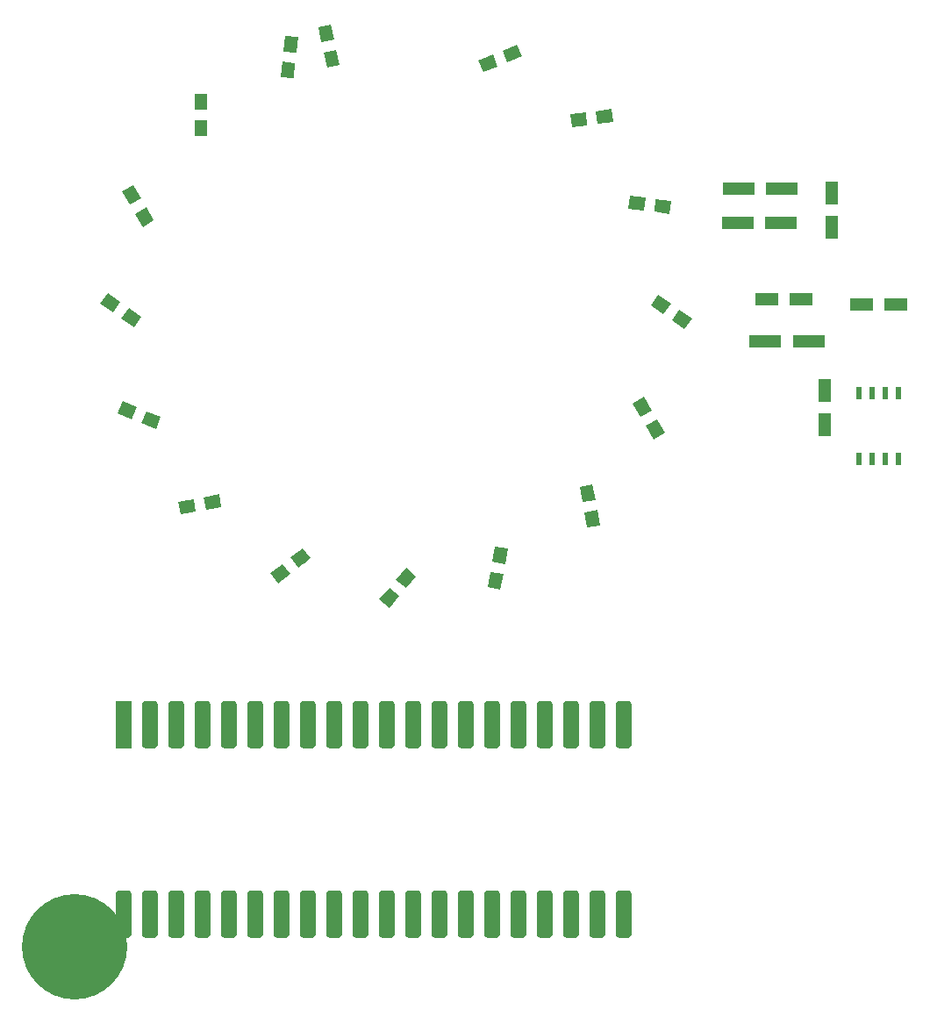
<source format=gbp>
G04 #@! TF.GenerationSoftware,KiCad,Pcbnew,(6.0.0-rc1-dev-1127-g569d4a0f6)*
G04 #@! TF.CreationDate,2018-12-11T03:09:38-08:00*
G04 #@! TF.ProjectId,Stylish-Belt-Synth - Full,5374796c-6973-4682-9d42-656c742d5379,rev?*
G04 #@! TF.SameCoordinates,Original*
G04 #@! TF.FileFunction,Paste,Bot*
G04 #@! TF.FilePolarity,Positive*
%FSLAX46Y46*%
G04 Gerber Fmt 4.6, Leading zero omitted, Abs format (unit mm)*
G04 Created by KiCad (PCBNEW (6.0.0-rc1-dev-1127-g569d4a0f6)) date 12/11/2018 3:09:38 AM*
%MOMM*%
%LPD*%
G01*
G04 APERTURE LIST*
%ADD10R,1.270000X2.286000*%
%ADD11C,10.160000*%
%ADD12R,2.286000X1.270000*%
%ADD13C,1.250000*%
%ADD14C,0.100000*%
%ADD15R,1.250000X1.500000*%
%ADD16R,3.048000X1.270000*%
%ADD17C,1.524000*%
%ADD18R,1.524000X4.572000*%
%ADD19R,0.508000X1.143000*%
G04 APERTURE END LIST*
D10*
G04 #@! TO.C,CA3*
X189865000Y-96901000D03*
X189865000Y-93599000D03*
G04 #@! TD*
D11*
G04 #@! TO.C,J30*
X117475000Y-147320000D03*
G04 #@! TD*
D12*
G04 #@! TO.C,CA4*
X187579000Y-84836000D03*
X184277000Y-84836000D03*
G04 #@! TD*
G04 #@! TO.C,CA2*
X193421000Y-85344000D03*
X196723000Y-85344000D03*
G04 #@! TD*
D10*
G04 #@! TO.C,C1*
X190500000Y-74549000D03*
X190500000Y-77851000D03*
G04 #@! TD*
D13*
G04 #@! TO.C,CL15*
X138306661Y-60224848D03*
D14*
G36*
X138849841Y-61036070D02*
X137606688Y-60905409D01*
X137763481Y-59413626D01*
X139006634Y-59544287D01*
X138849841Y-61036070D01*
X138849841Y-61036070D01*
G37*
D13*
X138045339Y-62711152D03*
D14*
G36*
X138588519Y-63522374D02*
X137345366Y-63391713D01*
X137502159Y-61899930D01*
X138745312Y-62030591D01*
X138588519Y-63522374D01*
X138588519Y-63522374D01*
G37*
G04 #@! TD*
D15*
G04 #@! TO.C,CL14*
X129667000Y-68306000D03*
X129667000Y-65806000D03*
G04 #@! TD*
D13*
G04 #@! TO.C,CL13*
X122946000Y-74736468D03*
D14*
G36*
X123862266Y-75073487D02*
X122779734Y-75698487D01*
X122029734Y-74399449D01*
X123112266Y-73774449D01*
X123862266Y-75073487D01*
X123862266Y-75073487D01*
G37*
D13*
X124196000Y-76901532D03*
D14*
G36*
X125112266Y-77238551D02*
X124029734Y-77863551D01*
X123279734Y-76564513D01*
X124362266Y-75939513D01*
X125112266Y-77238551D01*
X125112266Y-77238551D01*
G37*
G04 #@! TD*
D13*
G04 #@! TO.C,CL12*
X122943940Y-86568971D03*
D14*
G36*
X123916789Y-86487183D02*
X123199819Y-87511123D01*
X121971091Y-86650759D01*
X122688061Y-85626819D01*
X123916789Y-86487183D01*
X123916789Y-86487183D01*
G37*
D13*
X120896060Y-85135029D03*
D14*
G36*
X121868909Y-85053241D02*
X121151939Y-86077181D01*
X119923211Y-85216817D01*
X120640181Y-84192877D01*
X121868909Y-85053241D01*
X121868909Y-85053241D01*
G37*
G04 #@! TD*
D13*
G04 #@! TO.C,CL11*
X122543151Y-95533646D03*
D14*
G36*
X123475238Y-95243234D02*
X122996884Y-96398083D01*
X121611064Y-95824058D01*
X122089418Y-94669209D01*
X123475238Y-95243234D01*
X123475238Y-95243234D01*
G37*
D13*
X124852849Y-96490354D03*
D14*
G36*
X125784936Y-96199942D02*
X125306582Y-97354791D01*
X123920762Y-96780766D01*
X124399116Y-95625917D01*
X125784936Y-96199942D01*
X125784936Y-96199942D01*
G37*
G04 #@! TD*
D13*
G04 #@! TO.C,CL10*
X130771010Y-104402940D03*
D14*
G36*
X131401086Y-103657199D02*
X131618146Y-104888209D01*
X130140934Y-105148681D01*
X129923874Y-103917671D01*
X131401086Y-103657199D01*
X131401086Y-103657199D01*
G37*
D13*
X128308990Y-104837060D03*
D14*
G36*
X128939066Y-104091319D02*
X129156126Y-105322329D01*
X127678914Y-105582801D01*
X127461854Y-104351791D01*
X128939066Y-104091319D01*
X128939066Y-104091319D01*
G37*
G04 #@! TD*
D13*
G04 #@! TO.C,CL9*
X137308308Y-111300952D03*
D14*
G36*
X137522847Y-110348535D02*
X138283799Y-111340227D01*
X137093769Y-112253369D01*
X136332817Y-111261677D01*
X137522847Y-110348535D01*
X137522847Y-110348535D01*
G37*
D13*
X139291692Y-109779048D03*
D14*
G36*
X139506231Y-108826631D02*
X140267183Y-109818323D01*
X139077153Y-110731465D01*
X138316201Y-109739773D01*
X139506231Y-108826631D01*
X139506231Y-108826631D01*
G37*
G04 #@! TD*
D13*
G04 #@! TO.C,CL8*
X149443484Y-111722445D03*
D14*
G36*
X149446797Y-110746169D02*
X150404352Y-111549654D01*
X149440171Y-112698721D01*
X148482616Y-111895236D01*
X149446797Y-110746169D01*
X149446797Y-110746169D01*
G37*
D13*
X147836516Y-113637555D03*
D14*
G36*
X147839829Y-112661279D02*
X148797384Y-113464764D01*
X147833203Y-114613831D01*
X146875648Y-113810346D01*
X147839829Y-112661279D01*
X147839829Y-112661279D01*
G37*
G04 #@! TD*
D13*
G04 #@! TO.C,CL7*
X158507060Y-109508990D03*
D14*
G36*
X158021791Y-108661854D02*
X159252801Y-108878914D01*
X158992329Y-110356126D01*
X157761319Y-110139066D01*
X158021791Y-108661854D01*
X158021791Y-108661854D01*
G37*
D13*
X158072940Y-111971010D03*
D14*
G36*
X157587671Y-111123874D02*
X158818681Y-111340934D01*
X158558209Y-112818146D01*
X157327199Y-112601086D01*
X157587671Y-111123874D01*
X157587671Y-111123874D01*
G37*
G04 #@! TD*
D13*
G04 #@! TO.C,CL6*
X167397060Y-106021010D03*
D14*
G36*
X166651319Y-105390934D02*
X167882329Y-105173874D01*
X168142801Y-106651086D01*
X166911791Y-106868146D01*
X166651319Y-105390934D01*
X166651319Y-105390934D01*
G37*
D13*
X166962940Y-103558990D03*
D14*
G36*
X166217199Y-102928914D02*
X167448209Y-102711854D01*
X167708681Y-104189066D01*
X166477671Y-104406126D01*
X166217199Y-102928914D01*
X166217199Y-102928914D01*
G37*
G04 #@! TD*
D13*
G04 #@! TO.C,CL5*
X172235000Y-95207468D03*
D14*
G36*
X171318734Y-94870449D02*
X172401266Y-94245449D01*
X173151266Y-95544487D01*
X172068734Y-96169487D01*
X171318734Y-94870449D01*
X171318734Y-94870449D01*
G37*
D13*
X173485000Y-97372532D03*
D14*
G36*
X172568734Y-97035513D02*
X173651266Y-96410513D01*
X174401266Y-97709551D01*
X173318734Y-98334551D01*
X172568734Y-97035513D01*
X172568734Y-97035513D01*
G37*
G04 #@! TD*
D13*
G04 #@! TO.C,CL4*
X176083940Y-86786971D03*
D14*
G36*
X175111091Y-86868759D02*
X175828061Y-85844819D01*
X177056789Y-86705183D01*
X176339819Y-87729123D01*
X175111091Y-86868759D01*
X175111091Y-86868759D01*
G37*
D13*
X174036060Y-85353029D03*
D14*
G36*
X173063211Y-85434817D02*
X173780181Y-84410877D01*
X175008909Y-85271241D01*
X174291939Y-86295181D01*
X173063211Y-85434817D01*
X173063211Y-85434817D01*
G37*
G04 #@! TD*
D13*
G04 #@! TO.C,CL3*
X174210683Y-75862337D03*
D14*
G36*
X173390105Y-76391276D02*
X173542442Y-75150594D01*
X175031261Y-75333398D01*
X174878924Y-76574080D01*
X173390105Y-76391276D01*
X173390105Y-76391276D01*
G37*
D13*
X171729317Y-75557663D03*
D14*
G36*
X170908739Y-76086602D02*
X171061076Y-74845920D01*
X172549895Y-75028724D01*
X172397558Y-76269406D01*
X170908739Y-76086602D01*
X170908739Y-76086602D01*
G37*
G04 #@! TD*
D13*
G04 #@! TO.C,CL2*
X166119317Y-67502337D03*
D14*
G36*
X165451076Y-68214080D02*
X165298739Y-66973398D01*
X166787558Y-66790594D01*
X166939895Y-68031276D01*
X165451076Y-68214080D01*
X165451076Y-68214080D01*
G37*
D13*
X168600683Y-67197663D03*
D14*
G36*
X167932442Y-67909406D02*
X167780105Y-66668724D01*
X169268924Y-66485920D01*
X169421261Y-67726602D01*
X167932442Y-67909406D01*
X167932442Y-67909406D01*
G37*
G04 #@! TD*
D13*
G04 #@! TO.C,CL1*
X159674849Y-61111646D03*
D14*
G36*
X159221116Y-61976083D02*
X158742762Y-60821234D01*
X160128582Y-60247209D01*
X160606936Y-61402058D01*
X159221116Y-61976083D01*
X159221116Y-61976083D01*
G37*
D13*
X157365151Y-62068354D03*
D14*
G36*
X156911418Y-62932791D02*
X156433064Y-61777942D01*
X157818884Y-61203917D01*
X158297238Y-62358766D01*
X156911418Y-62932791D01*
X156911418Y-62932791D01*
G37*
G04 #@! TD*
D13*
G04 #@! TO.C,CL0*
X142273100Y-61622740D03*
D14*
G36*
X143045615Y-62219687D02*
X141825245Y-62490237D01*
X141500585Y-61025793D01*
X142720955Y-60755243D01*
X143045615Y-62219687D01*
X143045615Y-62219687D01*
G37*
D13*
X141732000Y-59182000D03*
D14*
G36*
X142504515Y-59778947D02*
X141284145Y-60049497D01*
X140959485Y-58585053D01*
X142179855Y-58314503D01*
X142504515Y-59778947D01*
X142504515Y-59778947D01*
G37*
G04 #@! TD*
D16*
G04 #@! TO.C,R2*
X185724800Y-74168000D03*
X181533800Y-74168000D03*
G04 #@! TD*
G04 #@! TO.C,R1*
X181432200Y-77470000D03*
X185623200Y-77470000D03*
G04 #@! TD*
G04 #@! TO.C,R3*
X184099200Y-88900000D03*
X188290200Y-88900000D03*
G04 #@! TD*
D14*
G04 #@! TO.C,U1*
G36*
X122592345Y-141860835D02*
X122629329Y-141866321D01*
X122665598Y-141875406D01*
X122700802Y-141888002D01*
X122734602Y-141903988D01*
X122766672Y-141923210D01*
X122796704Y-141945483D01*
X122824408Y-141970592D01*
X122849517Y-141998296D01*
X122871790Y-142028328D01*
X122891012Y-142060398D01*
X122906998Y-142094198D01*
X122919594Y-142129402D01*
X122928679Y-142165671D01*
X122934165Y-142202655D01*
X122936000Y-142240000D01*
X122936000Y-146050000D01*
X122934165Y-146087345D01*
X122928679Y-146124329D01*
X122919594Y-146160598D01*
X122906998Y-146195802D01*
X122891012Y-146229602D01*
X122871790Y-146261672D01*
X122849517Y-146291704D01*
X122824408Y-146319408D01*
X122796704Y-146344517D01*
X122766672Y-146366790D01*
X122734602Y-146386012D01*
X122700802Y-146401998D01*
X122665598Y-146414594D01*
X122629329Y-146423679D01*
X122592345Y-146429165D01*
X122555000Y-146431000D01*
X121793000Y-146431000D01*
X121755655Y-146429165D01*
X121718671Y-146423679D01*
X121682402Y-146414594D01*
X121647198Y-146401998D01*
X121613398Y-146386012D01*
X121581328Y-146366790D01*
X121551296Y-146344517D01*
X121523592Y-146319408D01*
X121498483Y-146291704D01*
X121476210Y-146261672D01*
X121456988Y-146229602D01*
X121441002Y-146195802D01*
X121428406Y-146160598D01*
X121419321Y-146124329D01*
X121413835Y-146087345D01*
X121412000Y-146050000D01*
X121412000Y-142240000D01*
X121413835Y-142202655D01*
X121419321Y-142165671D01*
X121428406Y-142129402D01*
X121441002Y-142094198D01*
X121456988Y-142060398D01*
X121476210Y-142028328D01*
X121498483Y-141998296D01*
X121523592Y-141970592D01*
X121551296Y-141945483D01*
X121581328Y-141923210D01*
X121613398Y-141903988D01*
X121647198Y-141888002D01*
X121682402Y-141875406D01*
X121718671Y-141866321D01*
X121755655Y-141860835D01*
X121793000Y-141859000D01*
X122555000Y-141859000D01*
X122592345Y-141860835D01*
X122592345Y-141860835D01*
G37*
D17*
X122174000Y-144145000D03*
D14*
G36*
X125132345Y-141860835D02*
X125169329Y-141866321D01*
X125205598Y-141875406D01*
X125240802Y-141888002D01*
X125274602Y-141903988D01*
X125306672Y-141923210D01*
X125336704Y-141945483D01*
X125364408Y-141970592D01*
X125389517Y-141998296D01*
X125411790Y-142028328D01*
X125431012Y-142060398D01*
X125446998Y-142094198D01*
X125459594Y-142129402D01*
X125468679Y-142165671D01*
X125474165Y-142202655D01*
X125476000Y-142240000D01*
X125476000Y-146050000D01*
X125474165Y-146087345D01*
X125468679Y-146124329D01*
X125459594Y-146160598D01*
X125446998Y-146195802D01*
X125431012Y-146229602D01*
X125411790Y-146261672D01*
X125389517Y-146291704D01*
X125364408Y-146319408D01*
X125336704Y-146344517D01*
X125306672Y-146366790D01*
X125274602Y-146386012D01*
X125240802Y-146401998D01*
X125205598Y-146414594D01*
X125169329Y-146423679D01*
X125132345Y-146429165D01*
X125095000Y-146431000D01*
X124333000Y-146431000D01*
X124295655Y-146429165D01*
X124258671Y-146423679D01*
X124222402Y-146414594D01*
X124187198Y-146401998D01*
X124153398Y-146386012D01*
X124121328Y-146366790D01*
X124091296Y-146344517D01*
X124063592Y-146319408D01*
X124038483Y-146291704D01*
X124016210Y-146261672D01*
X123996988Y-146229602D01*
X123981002Y-146195802D01*
X123968406Y-146160598D01*
X123959321Y-146124329D01*
X123953835Y-146087345D01*
X123952000Y-146050000D01*
X123952000Y-142240000D01*
X123953835Y-142202655D01*
X123959321Y-142165671D01*
X123968406Y-142129402D01*
X123981002Y-142094198D01*
X123996988Y-142060398D01*
X124016210Y-142028328D01*
X124038483Y-141998296D01*
X124063592Y-141970592D01*
X124091296Y-141945483D01*
X124121328Y-141923210D01*
X124153398Y-141903988D01*
X124187198Y-141888002D01*
X124222402Y-141875406D01*
X124258671Y-141866321D01*
X124295655Y-141860835D01*
X124333000Y-141859000D01*
X125095000Y-141859000D01*
X125132345Y-141860835D01*
X125132345Y-141860835D01*
G37*
D17*
X124714000Y-144145000D03*
D14*
G36*
X127672345Y-141860835D02*
X127709329Y-141866321D01*
X127745598Y-141875406D01*
X127780802Y-141888002D01*
X127814602Y-141903988D01*
X127846672Y-141923210D01*
X127876704Y-141945483D01*
X127904408Y-141970592D01*
X127929517Y-141998296D01*
X127951790Y-142028328D01*
X127971012Y-142060398D01*
X127986998Y-142094198D01*
X127999594Y-142129402D01*
X128008679Y-142165671D01*
X128014165Y-142202655D01*
X128016000Y-142240000D01*
X128016000Y-146050000D01*
X128014165Y-146087345D01*
X128008679Y-146124329D01*
X127999594Y-146160598D01*
X127986998Y-146195802D01*
X127971012Y-146229602D01*
X127951790Y-146261672D01*
X127929517Y-146291704D01*
X127904408Y-146319408D01*
X127876704Y-146344517D01*
X127846672Y-146366790D01*
X127814602Y-146386012D01*
X127780802Y-146401998D01*
X127745598Y-146414594D01*
X127709329Y-146423679D01*
X127672345Y-146429165D01*
X127635000Y-146431000D01*
X126873000Y-146431000D01*
X126835655Y-146429165D01*
X126798671Y-146423679D01*
X126762402Y-146414594D01*
X126727198Y-146401998D01*
X126693398Y-146386012D01*
X126661328Y-146366790D01*
X126631296Y-146344517D01*
X126603592Y-146319408D01*
X126578483Y-146291704D01*
X126556210Y-146261672D01*
X126536988Y-146229602D01*
X126521002Y-146195802D01*
X126508406Y-146160598D01*
X126499321Y-146124329D01*
X126493835Y-146087345D01*
X126492000Y-146050000D01*
X126492000Y-142240000D01*
X126493835Y-142202655D01*
X126499321Y-142165671D01*
X126508406Y-142129402D01*
X126521002Y-142094198D01*
X126536988Y-142060398D01*
X126556210Y-142028328D01*
X126578483Y-141998296D01*
X126603592Y-141970592D01*
X126631296Y-141945483D01*
X126661328Y-141923210D01*
X126693398Y-141903988D01*
X126727198Y-141888002D01*
X126762402Y-141875406D01*
X126798671Y-141866321D01*
X126835655Y-141860835D01*
X126873000Y-141859000D01*
X127635000Y-141859000D01*
X127672345Y-141860835D01*
X127672345Y-141860835D01*
G37*
D17*
X127254000Y-144145000D03*
D14*
G36*
X130212345Y-141860835D02*
X130249329Y-141866321D01*
X130285598Y-141875406D01*
X130320802Y-141888002D01*
X130354602Y-141903988D01*
X130386672Y-141923210D01*
X130416704Y-141945483D01*
X130444408Y-141970592D01*
X130469517Y-141998296D01*
X130491790Y-142028328D01*
X130511012Y-142060398D01*
X130526998Y-142094198D01*
X130539594Y-142129402D01*
X130548679Y-142165671D01*
X130554165Y-142202655D01*
X130556000Y-142240000D01*
X130556000Y-146050000D01*
X130554165Y-146087345D01*
X130548679Y-146124329D01*
X130539594Y-146160598D01*
X130526998Y-146195802D01*
X130511012Y-146229602D01*
X130491790Y-146261672D01*
X130469517Y-146291704D01*
X130444408Y-146319408D01*
X130416704Y-146344517D01*
X130386672Y-146366790D01*
X130354602Y-146386012D01*
X130320802Y-146401998D01*
X130285598Y-146414594D01*
X130249329Y-146423679D01*
X130212345Y-146429165D01*
X130175000Y-146431000D01*
X129413000Y-146431000D01*
X129375655Y-146429165D01*
X129338671Y-146423679D01*
X129302402Y-146414594D01*
X129267198Y-146401998D01*
X129233398Y-146386012D01*
X129201328Y-146366790D01*
X129171296Y-146344517D01*
X129143592Y-146319408D01*
X129118483Y-146291704D01*
X129096210Y-146261672D01*
X129076988Y-146229602D01*
X129061002Y-146195802D01*
X129048406Y-146160598D01*
X129039321Y-146124329D01*
X129033835Y-146087345D01*
X129032000Y-146050000D01*
X129032000Y-142240000D01*
X129033835Y-142202655D01*
X129039321Y-142165671D01*
X129048406Y-142129402D01*
X129061002Y-142094198D01*
X129076988Y-142060398D01*
X129096210Y-142028328D01*
X129118483Y-141998296D01*
X129143592Y-141970592D01*
X129171296Y-141945483D01*
X129201328Y-141923210D01*
X129233398Y-141903988D01*
X129267198Y-141888002D01*
X129302402Y-141875406D01*
X129338671Y-141866321D01*
X129375655Y-141860835D01*
X129413000Y-141859000D01*
X130175000Y-141859000D01*
X130212345Y-141860835D01*
X130212345Y-141860835D01*
G37*
D17*
X129794000Y-144145000D03*
D14*
G36*
X132752345Y-141860835D02*
X132789329Y-141866321D01*
X132825598Y-141875406D01*
X132860802Y-141888002D01*
X132894602Y-141903988D01*
X132926672Y-141923210D01*
X132956704Y-141945483D01*
X132984408Y-141970592D01*
X133009517Y-141998296D01*
X133031790Y-142028328D01*
X133051012Y-142060398D01*
X133066998Y-142094198D01*
X133079594Y-142129402D01*
X133088679Y-142165671D01*
X133094165Y-142202655D01*
X133096000Y-142240000D01*
X133096000Y-146050000D01*
X133094165Y-146087345D01*
X133088679Y-146124329D01*
X133079594Y-146160598D01*
X133066998Y-146195802D01*
X133051012Y-146229602D01*
X133031790Y-146261672D01*
X133009517Y-146291704D01*
X132984408Y-146319408D01*
X132956704Y-146344517D01*
X132926672Y-146366790D01*
X132894602Y-146386012D01*
X132860802Y-146401998D01*
X132825598Y-146414594D01*
X132789329Y-146423679D01*
X132752345Y-146429165D01*
X132715000Y-146431000D01*
X131953000Y-146431000D01*
X131915655Y-146429165D01*
X131878671Y-146423679D01*
X131842402Y-146414594D01*
X131807198Y-146401998D01*
X131773398Y-146386012D01*
X131741328Y-146366790D01*
X131711296Y-146344517D01*
X131683592Y-146319408D01*
X131658483Y-146291704D01*
X131636210Y-146261672D01*
X131616988Y-146229602D01*
X131601002Y-146195802D01*
X131588406Y-146160598D01*
X131579321Y-146124329D01*
X131573835Y-146087345D01*
X131572000Y-146050000D01*
X131572000Y-142240000D01*
X131573835Y-142202655D01*
X131579321Y-142165671D01*
X131588406Y-142129402D01*
X131601002Y-142094198D01*
X131616988Y-142060398D01*
X131636210Y-142028328D01*
X131658483Y-141998296D01*
X131683592Y-141970592D01*
X131711296Y-141945483D01*
X131741328Y-141923210D01*
X131773398Y-141903988D01*
X131807198Y-141888002D01*
X131842402Y-141875406D01*
X131878671Y-141866321D01*
X131915655Y-141860835D01*
X131953000Y-141859000D01*
X132715000Y-141859000D01*
X132752345Y-141860835D01*
X132752345Y-141860835D01*
G37*
D17*
X132334000Y-144145000D03*
D14*
G36*
X135292345Y-141860835D02*
X135329329Y-141866321D01*
X135365598Y-141875406D01*
X135400802Y-141888002D01*
X135434602Y-141903988D01*
X135466672Y-141923210D01*
X135496704Y-141945483D01*
X135524408Y-141970592D01*
X135549517Y-141998296D01*
X135571790Y-142028328D01*
X135591012Y-142060398D01*
X135606998Y-142094198D01*
X135619594Y-142129402D01*
X135628679Y-142165671D01*
X135634165Y-142202655D01*
X135636000Y-142240000D01*
X135636000Y-146050000D01*
X135634165Y-146087345D01*
X135628679Y-146124329D01*
X135619594Y-146160598D01*
X135606998Y-146195802D01*
X135591012Y-146229602D01*
X135571790Y-146261672D01*
X135549517Y-146291704D01*
X135524408Y-146319408D01*
X135496704Y-146344517D01*
X135466672Y-146366790D01*
X135434602Y-146386012D01*
X135400802Y-146401998D01*
X135365598Y-146414594D01*
X135329329Y-146423679D01*
X135292345Y-146429165D01*
X135255000Y-146431000D01*
X134493000Y-146431000D01*
X134455655Y-146429165D01*
X134418671Y-146423679D01*
X134382402Y-146414594D01*
X134347198Y-146401998D01*
X134313398Y-146386012D01*
X134281328Y-146366790D01*
X134251296Y-146344517D01*
X134223592Y-146319408D01*
X134198483Y-146291704D01*
X134176210Y-146261672D01*
X134156988Y-146229602D01*
X134141002Y-146195802D01*
X134128406Y-146160598D01*
X134119321Y-146124329D01*
X134113835Y-146087345D01*
X134112000Y-146050000D01*
X134112000Y-142240000D01*
X134113835Y-142202655D01*
X134119321Y-142165671D01*
X134128406Y-142129402D01*
X134141002Y-142094198D01*
X134156988Y-142060398D01*
X134176210Y-142028328D01*
X134198483Y-141998296D01*
X134223592Y-141970592D01*
X134251296Y-141945483D01*
X134281328Y-141923210D01*
X134313398Y-141903988D01*
X134347198Y-141888002D01*
X134382402Y-141875406D01*
X134418671Y-141866321D01*
X134455655Y-141860835D01*
X134493000Y-141859000D01*
X135255000Y-141859000D01*
X135292345Y-141860835D01*
X135292345Y-141860835D01*
G37*
D17*
X134874000Y-144145000D03*
D14*
G36*
X137832345Y-141860835D02*
X137869329Y-141866321D01*
X137905598Y-141875406D01*
X137940802Y-141888002D01*
X137974602Y-141903988D01*
X138006672Y-141923210D01*
X138036704Y-141945483D01*
X138064408Y-141970592D01*
X138089517Y-141998296D01*
X138111790Y-142028328D01*
X138131012Y-142060398D01*
X138146998Y-142094198D01*
X138159594Y-142129402D01*
X138168679Y-142165671D01*
X138174165Y-142202655D01*
X138176000Y-142240000D01*
X138176000Y-146050000D01*
X138174165Y-146087345D01*
X138168679Y-146124329D01*
X138159594Y-146160598D01*
X138146998Y-146195802D01*
X138131012Y-146229602D01*
X138111790Y-146261672D01*
X138089517Y-146291704D01*
X138064408Y-146319408D01*
X138036704Y-146344517D01*
X138006672Y-146366790D01*
X137974602Y-146386012D01*
X137940802Y-146401998D01*
X137905598Y-146414594D01*
X137869329Y-146423679D01*
X137832345Y-146429165D01*
X137795000Y-146431000D01*
X137033000Y-146431000D01*
X136995655Y-146429165D01*
X136958671Y-146423679D01*
X136922402Y-146414594D01*
X136887198Y-146401998D01*
X136853398Y-146386012D01*
X136821328Y-146366790D01*
X136791296Y-146344517D01*
X136763592Y-146319408D01*
X136738483Y-146291704D01*
X136716210Y-146261672D01*
X136696988Y-146229602D01*
X136681002Y-146195802D01*
X136668406Y-146160598D01*
X136659321Y-146124329D01*
X136653835Y-146087345D01*
X136652000Y-146050000D01*
X136652000Y-142240000D01*
X136653835Y-142202655D01*
X136659321Y-142165671D01*
X136668406Y-142129402D01*
X136681002Y-142094198D01*
X136696988Y-142060398D01*
X136716210Y-142028328D01*
X136738483Y-141998296D01*
X136763592Y-141970592D01*
X136791296Y-141945483D01*
X136821328Y-141923210D01*
X136853398Y-141903988D01*
X136887198Y-141888002D01*
X136922402Y-141875406D01*
X136958671Y-141866321D01*
X136995655Y-141860835D01*
X137033000Y-141859000D01*
X137795000Y-141859000D01*
X137832345Y-141860835D01*
X137832345Y-141860835D01*
G37*
D17*
X137414000Y-144145000D03*
D14*
G36*
X140372345Y-141860835D02*
X140409329Y-141866321D01*
X140445598Y-141875406D01*
X140480802Y-141888002D01*
X140514602Y-141903988D01*
X140546672Y-141923210D01*
X140576704Y-141945483D01*
X140604408Y-141970592D01*
X140629517Y-141998296D01*
X140651790Y-142028328D01*
X140671012Y-142060398D01*
X140686998Y-142094198D01*
X140699594Y-142129402D01*
X140708679Y-142165671D01*
X140714165Y-142202655D01*
X140716000Y-142240000D01*
X140716000Y-146050000D01*
X140714165Y-146087345D01*
X140708679Y-146124329D01*
X140699594Y-146160598D01*
X140686998Y-146195802D01*
X140671012Y-146229602D01*
X140651790Y-146261672D01*
X140629517Y-146291704D01*
X140604408Y-146319408D01*
X140576704Y-146344517D01*
X140546672Y-146366790D01*
X140514602Y-146386012D01*
X140480802Y-146401998D01*
X140445598Y-146414594D01*
X140409329Y-146423679D01*
X140372345Y-146429165D01*
X140335000Y-146431000D01*
X139573000Y-146431000D01*
X139535655Y-146429165D01*
X139498671Y-146423679D01*
X139462402Y-146414594D01*
X139427198Y-146401998D01*
X139393398Y-146386012D01*
X139361328Y-146366790D01*
X139331296Y-146344517D01*
X139303592Y-146319408D01*
X139278483Y-146291704D01*
X139256210Y-146261672D01*
X139236988Y-146229602D01*
X139221002Y-146195802D01*
X139208406Y-146160598D01*
X139199321Y-146124329D01*
X139193835Y-146087345D01*
X139192000Y-146050000D01*
X139192000Y-142240000D01*
X139193835Y-142202655D01*
X139199321Y-142165671D01*
X139208406Y-142129402D01*
X139221002Y-142094198D01*
X139236988Y-142060398D01*
X139256210Y-142028328D01*
X139278483Y-141998296D01*
X139303592Y-141970592D01*
X139331296Y-141945483D01*
X139361328Y-141923210D01*
X139393398Y-141903988D01*
X139427198Y-141888002D01*
X139462402Y-141875406D01*
X139498671Y-141866321D01*
X139535655Y-141860835D01*
X139573000Y-141859000D01*
X140335000Y-141859000D01*
X140372345Y-141860835D01*
X140372345Y-141860835D01*
G37*
D17*
X139954000Y-144145000D03*
D14*
G36*
X142912345Y-141860835D02*
X142949329Y-141866321D01*
X142985598Y-141875406D01*
X143020802Y-141888002D01*
X143054602Y-141903988D01*
X143086672Y-141923210D01*
X143116704Y-141945483D01*
X143144408Y-141970592D01*
X143169517Y-141998296D01*
X143191790Y-142028328D01*
X143211012Y-142060398D01*
X143226998Y-142094198D01*
X143239594Y-142129402D01*
X143248679Y-142165671D01*
X143254165Y-142202655D01*
X143256000Y-142240000D01*
X143256000Y-146050000D01*
X143254165Y-146087345D01*
X143248679Y-146124329D01*
X143239594Y-146160598D01*
X143226998Y-146195802D01*
X143211012Y-146229602D01*
X143191790Y-146261672D01*
X143169517Y-146291704D01*
X143144408Y-146319408D01*
X143116704Y-146344517D01*
X143086672Y-146366790D01*
X143054602Y-146386012D01*
X143020802Y-146401998D01*
X142985598Y-146414594D01*
X142949329Y-146423679D01*
X142912345Y-146429165D01*
X142875000Y-146431000D01*
X142113000Y-146431000D01*
X142075655Y-146429165D01*
X142038671Y-146423679D01*
X142002402Y-146414594D01*
X141967198Y-146401998D01*
X141933398Y-146386012D01*
X141901328Y-146366790D01*
X141871296Y-146344517D01*
X141843592Y-146319408D01*
X141818483Y-146291704D01*
X141796210Y-146261672D01*
X141776988Y-146229602D01*
X141761002Y-146195802D01*
X141748406Y-146160598D01*
X141739321Y-146124329D01*
X141733835Y-146087345D01*
X141732000Y-146050000D01*
X141732000Y-142240000D01*
X141733835Y-142202655D01*
X141739321Y-142165671D01*
X141748406Y-142129402D01*
X141761002Y-142094198D01*
X141776988Y-142060398D01*
X141796210Y-142028328D01*
X141818483Y-141998296D01*
X141843592Y-141970592D01*
X141871296Y-141945483D01*
X141901328Y-141923210D01*
X141933398Y-141903988D01*
X141967198Y-141888002D01*
X142002402Y-141875406D01*
X142038671Y-141866321D01*
X142075655Y-141860835D01*
X142113000Y-141859000D01*
X142875000Y-141859000D01*
X142912345Y-141860835D01*
X142912345Y-141860835D01*
G37*
D17*
X142494000Y-144145000D03*
D14*
G36*
X145452345Y-141860835D02*
X145489329Y-141866321D01*
X145525598Y-141875406D01*
X145560802Y-141888002D01*
X145594602Y-141903988D01*
X145626672Y-141923210D01*
X145656704Y-141945483D01*
X145684408Y-141970592D01*
X145709517Y-141998296D01*
X145731790Y-142028328D01*
X145751012Y-142060398D01*
X145766998Y-142094198D01*
X145779594Y-142129402D01*
X145788679Y-142165671D01*
X145794165Y-142202655D01*
X145796000Y-142240000D01*
X145796000Y-146050000D01*
X145794165Y-146087345D01*
X145788679Y-146124329D01*
X145779594Y-146160598D01*
X145766998Y-146195802D01*
X145751012Y-146229602D01*
X145731790Y-146261672D01*
X145709517Y-146291704D01*
X145684408Y-146319408D01*
X145656704Y-146344517D01*
X145626672Y-146366790D01*
X145594602Y-146386012D01*
X145560802Y-146401998D01*
X145525598Y-146414594D01*
X145489329Y-146423679D01*
X145452345Y-146429165D01*
X145415000Y-146431000D01*
X144653000Y-146431000D01*
X144615655Y-146429165D01*
X144578671Y-146423679D01*
X144542402Y-146414594D01*
X144507198Y-146401998D01*
X144473398Y-146386012D01*
X144441328Y-146366790D01*
X144411296Y-146344517D01*
X144383592Y-146319408D01*
X144358483Y-146291704D01*
X144336210Y-146261672D01*
X144316988Y-146229602D01*
X144301002Y-146195802D01*
X144288406Y-146160598D01*
X144279321Y-146124329D01*
X144273835Y-146087345D01*
X144272000Y-146050000D01*
X144272000Y-142240000D01*
X144273835Y-142202655D01*
X144279321Y-142165671D01*
X144288406Y-142129402D01*
X144301002Y-142094198D01*
X144316988Y-142060398D01*
X144336210Y-142028328D01*
X144358483Y-141998296D01*
X144383592Y-141970592D01*
X144411296Y-141945483D01*
X144441328Y-141923210D01*
X144473398Y-141903988D01*
X144507198Y-141888002D01*
X144542402Y-141875406D01*
X144578671Y-141866321D01*
X144615655Y-141860835D01*
X144653000Y-141859000D01*
X145415000Y-141859000D01*
X145452345Y-141860835D01*
X145452345Y-141860835D01*
G37*
D17*
X145034000Y-144145000D03*
D14*
G36*
X147992345Y-141860835D02*
X148029329Y-141866321D01*
X148065598Y-141875406D01*
X148100802Y-141888002D01*
X148134602Y-141903988D01*
X148166672Y-141923210D01*
X148196704Y-141945483D01*
X148224408Y-141970592D01*
X148249517Y-141998296D01*
X148271790Y-142028328D01*
X148291012Y-142060398D01*
X148306998Y-142094198D01*
X148319594Y-142129402D01*
X148328679Y-142165671D01*
X148334165Y-142202655D01*
X148336000Y-142240000D01*
X148336000Y-146050000D01*
X148334165Y-146087345D01*
X148328679Y-146124329D01*
X148319594Y-146160598D01*
X148306998Y-146195802D01*
X148291012Y-146229602D01*
X148271790Y-146261672D01*
X148249517Y-146291704D01*
X148224408Y-146319408D01*
X148196704Y-146344517D01*
X148166672Y-146366790D01*
X148134602Y-146386012D01*
X148100802Y-146401998D01*
X148065598Y-146414594D01*
X148029329Y-146423679D01*
X147992345Y-146429165D01*
X147955000Y-146431000D01*
X147193000Y-146431000D01*
X147155655Y-146429165D01*
X147118671Y-146423679D01*
X147082402Y-146414594D01*
X147047198Y-146401998D01*
X147013398Y-146386012D01*
X146981328Y-146366790D01*
X146951296Y-146344517D01*
X146923592Y-146319408D01*
X146898483Y-146291704D01*
X146876210Y-146261672D01*
X146856988Y-146229602D01*
X146841002Y-146195802D01*
X146828406Y-146160598D01*
X146819321Y-146124329D01*
X146813835Y-146087345D01*
X146812000Y-146050000D01*
X146812000Y-142240000D01*
X146813835Y-142202655D01*
X146819321Y-142165671D01*
X146828406Y-142129402D01*
X146841002Y-142094198D01*
X146856988Y-142060398D01*
X146876210Y-142028328D01*
X146898483Y-141998296D01*
X146923592Y-141970592D01*
X146951296Y-141945483D01*
X146981328Y-141923210D01*
X147013398Y-141903988D01*
X147047198Y-141888002D01*
X147082402Y-141875406D01*
X147118671Y-141866321D01*
X147155655Y-141860835D01*
X147193000Y-141859000D01*
X147955000Y-141859000D01*
X147992345Y-141860835D01*
X147992345Y-141860835D01*
G37*
D17*
X147574000Y-144145000D03*
D14*
G36*
X150532345Y-141860835D02*
X150569329Y-141866321D01*
X150605598Y-141875406D01*
X150640802Y-141888002D01*
X150674602Y-141903988D01*
X150706672Y-141923210D01*
X150736704Y-141945483D01*
X150764408Y-141970592D01*
X150789517Y-141998296D01*
X150811790Y-142028328D01*
X150831012Y-142060398D01*
X150846998Y-142094198D01*
X150859594Y-142129402D01*
X150868679Y-142165671D01*
X150874165Y-142202655D01*
X150876000Y-142240000D01*
X150876000Y-146050000D01*
X150874165Y-146087345D01*
X150868679Y-146124329D01*
X150859594Y-146160598D01*
X150846998Y-146195802D01*
X150831012Y-146229602D01*
X150811790Y-146261672D01*
X150789517Y-146291704D01*
X150764408Y-146319408D01*
X150736704Y-146344517D01*
X150706672Y-146366790D01*
X150674602Y-146386012D01*
X150640802Y-146401998D01*
X150605598Y-146414594D01*
X150569329Y-146423679D01*
X150532345Y-146429165D01*
X150495000Y-146431000D01*
X149733000Y-146431000D01*
X149695655Y-146429165D01*
X149658671Y-146423679D01*
X149622402Y-146414594D01*
X149587198Y-146401998D01*
X149553398Y-146386012D01*
X149521328Y-146366790D01*
X149491296Y-146344517D01*
X149463592Y-146319408D01*
X149438483Y-146291704D01*
X149416210Y-146261672D01*
X149396988Y-146229602D01*
X149381002Y-146195802D01*
X149368406Y-146160598D01*
X149359321Y-146124329D01*
X149353835Y-146087345D01*
X149352000Y-146050000D01*
X149352000Y-142240000D01*
X149353835Y-142202655D01*
X149359321Y-142165671D01*
X149368406Y-142129402D01*
X149381002Y-142094198D01*
X149396988Y-142060398D01*
X149416210Y-142028328D01*
X149438483Y-141998296D01*
X149463592Y-141970592D01*
X149491296Y-141945483D01*
X149521328Y-141923210D01*
X149553398Y-141903988D01*
X149587198Y-141888002D01*
X149622402Y-141875406D01*
X149658671Y-141866321D01*
X149695655Y-141860835D01*
X149733000Y-141859000D01*
X150495000Y-141859000D01*
X150532345Y-141860835D01*
X150532345Y-141860835D01*
G37*
D17*
X150114000Y-144145000D03*
D14*
G36*
X153072345Y-141860835D02*
X153109329Y-141866321D01*
X153145598Y-141875406D01*
X153180802Y-141888002D01*
X153214602Y-141903988D01*
X153246672Y-141923210D01*
X153276704Y-141945483D01*
X153304408Y-141970592D01*
X153329517Y-141998296D01*
X153351790Y-142028328D01*
X153371012Y-142060398D01*
X153386998Y-142094198D01*
X153399594Y-142129402D01*
X153408679Y-142165671D01*
X153414165Y-142202655D01*
X153416000Y-142240000D01*
X153416000Y-146050000D01*
X153414165Y-146087345D01*
X153408679Y-146124329D01*
X153399594Y-146160598D01*
X153386998Y-146195802D01*
X153371012Y-146229602D01*
X153351790Y-146261672D01*
X153329517Y-146291704D01*
X153304408Y-146319408D01*
X153276704Y-146344517D01*
X153246672Y-146366790D01*
X153214602Y-146386012D01*
X153180802Y-146401998D01*
X153145598Y-146414594D01*
X153109329Y-146423679D01*
X153072345Y-146429165D01*
X153035000Y-146431000D01*
X152273000Y-146431000D01*
X152235655Y-146429165D01*
X152198671Y-146423679D01*
X152162402Y-146414594D01*
X152127198Y-146401998D01*
X152093398Y-146386012D01*
X152061328Y-146366790D01*
X152031296Y-146344517D01*
X152003592Y-146319408D01*
X151978483Y-146291704D01*
X151956210Y-146261672D01*
X151936988Y-146229602D01*
X151921002Y-146195802D01*
X151908406Y-146160598D01*
X151899321Y-146124329D01*
X151893835Y-146087345D01*
X151892000Y-146050000D01*
X151892000Y-142240000D01*
X151893835Y-142202655D01*
X151899321Y-142165671D01*
X151908406Y-142129402D01*
X151921002Y-142094198D01*
X151936988Y-142060398D01*
X151956210Y-142028328D01*
X151978483Y-141998296D01*
X152003592Y-141970592D01*
X152031296Y-141945483D01*
X152061328Y-141923210D01*
X152093398Y-141903988D01*
X152127198Y-141888002D01*
X152162402Y-141875406D01*
X152198671Y-141866321D01*
X152235655Y-141860835D01*
X152273000Y-141859000D01*
X153035000Y-141859000D01*
X153072345Y-141860835D01*
X153072345Y-141860835D01*
G37*
D17*
X152654000Y-144145000D03*
D14*
G36*
X155612345Y-141860835D02*
X155649329Y-141866321D01*
X155685598Y-141875406D01*
X155720802Y-141888002D01*
X155754602Y-141903988D01*
X155786672Y-141923210D01*
X155816704Y-141945483D01*
X155844408Y-141970592D01*
X155869517Y-141998296D01*
X155891790Y-142028328D01*
X155911012Y-142060398D01*
X155926998Y-142094198D01*
X155939594Y-142129402D01*
X155948679Y-142165671D01*
X155954165Y-142202655D01*
X155956000Y-142240000D01*
X155956000Y-146050000D01*
X155954165Y-146087345D01*
X155948679Y-146124329D01*
X155939594Y-146160598D01*
X155926998Y-146195802D01*
X155911012Y-146229602D01*
X155891790Y-146261672D01*
X155869517Y-146291704D01*
X155844408Y-146319408D01*
X155816704Y-146344517D01*
X155786672Y-146366790D01*
X155754602Y-146386012D01*
X155720802Y-146401998D01*
X155685598Y-146414594D01*
X155649329Y-146423679D01*
X155612345Y-146429165D01*
X155575000Y-146431000D01*
X154813000Y-146431000D01*
X154775655Y-146429165D01*
X154738671Y-146423679D01*
X154702402Y-146414594D01*
X154667198Y-146401998D01*
X154633398Y-146386012D01*
X154601328Y-146366790D01*
X154571296Y-146344517D01*
X154543592Y-146319408D01*
X154518483Y-146291704D01*
X154496210Y-146261672D01*
X154476988Y-146229602D01*
X154461002Y-146195802D01*
X154448406Y-146160598D01*
X154439321Y-146124329D01*
X154433835Y-146087345D01*
X154432000Y-146050000D01*
X154432000Y-142240000D01*
X154433835Y-142202655D01*
X154439321Y-142165671D01*
X154448406Y-142129402D01*
X154461002Y-142094198D01*
X154476988Y-142060398D01*
X154496210Y-142028328D01*
X154518483Y-141998296D01*
X154543592Y-141970592D01*
X154571296Y-141945483D01*
X154601328Y-141923210D01*
X154633398Y-141903988D01*
X154667198Y-141888002D01*
X154702402Y-141875406D01*
X154738671Y-141866321D01*
X154775655Y-141860835D01*
X154813000Y-141859000D01*
X155575000Y-141859000D01*
X155612345Y-141860835D01*
X155612345Y-141860835D01*
G37*
D17*
X155194000Y-144145000D03*
D14*
G36*
X158152345Y-141860835D02*
X158189329Y-141866321D01*
X158225598Y-141875406D01*
X158260802Y-141888002D01*
X158294602Y-141903988D01*
X158326672Y-141923210D01*
X158356704Y-141945483D01*
X158384408Y-141970592D01*
X158409517Y-141998296D01*
X158431790Y-142028328D01*
X158451012Y-142060398D01*
X158466998Y-142094198D01*
X158479594Y-142129402D01*
X158488679Y-142165671D01*
X158494165Y-142202655D01*
X158496000Y-142240000D01*
X158496000Y-146050000D01*
X158494165Y-146087345D01*
X158488679Y-146124329D01*
X158479594Y-146160598D01*
X158466998Y-146195802D01*
X158451012Y-146229602D01*
X158431790Y-146261672D01*
X158409517Y-146291704D01*
X158384408Y-146319408D01*
X158356704Y-146344517D01*
X158326672Y-146366790D01*
X158294602Y-146386012D01*
X158260802Y-146401998D01*
X158225598Y-146414594D01*
X158189329Y-146423679D01*
X158152345Y-146429165D01*
X158115000Y-146431000D01*
X157353000Y-146431000D01*
X157315655Y-146429165D01*
X157278671Y-146423679D01*
X157242402Y-146414594D01*
X157207198Y-146401998D01*
X157173398Y-146386012D01*
X157141328Y-146366790D01*
X157111296Y-146344517D01*
X157083592Y-146319408D01*
X157058483Y-146291704D01*
X157036210Y-146261672D01*
X157016988Y-146229602D01*
X157001002Y-146195802D01*
X156988406Y-146160598D01*
X156979321Y-146124329D01*
X156973835Y-146087345D01*
X156972000Y-146050000D01*
X156972000Y-142240000D01*
X156973835Y-142202655D01*
X156979321Y-142165671D01*
X156988406Y-142129402D01*
X157001002Y-142094198D01*
X157016988Y-142060398D01*
X157036210Y-142028328D01*
X157058483Y-141998296D01*
X157083592Y-141970592D01*
X157111296Y-141945483D01*
X157141328Y-141923210D01*
X157173398Y-141903988D01*
X157207198Y-141888002D01*
X157242402Y-141875406D01*
X157278671Y-141866321D01*
X157315655Y-141860835D01*
X157353000Y-141859000D01*
X158115000Y-141859000D01*
X158152345Y-141860835D01*
X158152345Y-141860835D01*
G37*
D17*
X157734000Y-144145000D03*
D14*
G36*
X160692345Y-141860835D02*
X160729329Y-141866321D01*
X160765598Y-141875406D01*
X160800802Y-141888002D01*
X160834602Y-141903988D01*
X160866672Y-141923210D01*
X160896704Y-141945483D01*
X160924408Y-141970592D01*
X160949517Y-141998296D01*
X160971790Y-142028328D01*
X160991012Y-142060398D01*
X161006998Y-142094198D01*
X161019594Y-142129402D01*
X161028679Y-142165671D01*
X161034165Y-142202655D01*
X161036000Y-142240000D01*
X161036000Y-146050000D01*
X161034165Y-146087345D01*
X161028679Y-146124329D01*
X161019594Y-146160598D01*
X161006998Y-146195802D01*
X160991012Y-146229602D01*
X160971790Y-146261672D01*
X160949517Y-146291704D01*
X160924408Y-146319408D01*
X160896704Y-146344517D01*
X160866672Y-146366790D01*
X160834602Y-146386012D01*
X160800802Y-146401998D01*
X160765598Y-146414594D01*
X160729329Y-146423679D01*
X160692345Y-146429165D01*
X160655000Y-146431000D01*
X159893000Y-146431000D01*
X159855655Y-146429165D01*
X159818671Y-146423679D01*
X159782402Y-146414594D01*
X159747198Y-146401998D01*
X159713398Y-146386012D01*
X159681328Y-146366790D01*
X159651296Y-146344517D01*
X159623592Y-146319408D01*
X159598483Y-146291704D01*
X159576210Y-146261672D01*
X159556988Y-146229602D01*
X159541002Y-146195802D01*
X159528406Y-146160598D01*
X159519321Y-146124329D01*
X159513835Y-146087345D01*
X159512000Y-146050000D01*
X159512000Y-142240000D01*
X159513835Y-142202655D01*
X159519321Y-142165671D01*
X159528406Y-142129402D01*
X159541002Y-142094198D01*
X159556988Y-142060398D01*
X159576210Y-142028328D01*
X159598483Y-141998296D01*
X159623592Y-141970592D01*
X159651296Y-141945483D01*
X159681328Y-141923210D01*
X159713398Y-141903988D01*
X159747198Y-141888002D01*
X159782402Y-141875406D01*
X159818671Y-141866321D01*
X159855655Y-141860835D01*
X159893000Y-141859000D01*
X160655000Y-141859000D01*
X160692345Y-141860835D01*
X160692345Y-141860835D01*
G37*
D17*
X160274000Y-144145000D03*
D14*
G36*
X163232345Y-141860835D02*
X163269329Y-141866321D01*
X163305598Y-141875406D01*
X163340802Y-141888002D01*
X163374602Y-141903988D01*
X163406672Y-141923210D01*
X163436704Y-141945483D01*
X163464408Y-141970592D01*
X163489517Y-141998296D01*
X163511790Y-142028328D01*
X163531012Y-142060398D01*
X163546998Y-142094198D01*
X163559594Y-142129402D01*
X163568679Y-142165671D01*
X163574165Y-142202655D01*
X163576000Y-142240000D01*
X163576000Y-146050000D01*
X163574165Y-146087345D01*
X163568679Y-146124329D01*
X163559594Y-146160598D01*
X163546998Y-146195802D01*
X163531012Y-146229602D01*
X163511790Y-146261672D01*
X163489517Y-146291704D01*
X163464408Y-146319408D01*
X163436704Y-146344517D01*
X163406672Y-146366790D01*
X163374602Y-146386012D01*
X163340802Y-146401998D01*
X163305598Y-146414594D01*
X163269329Y-146423679D01*
X163232345Y-146429165D01*
X163195000Y-146431000D01*
X162433000Y-146431000D01*
X162395655Y-146429165D01*
X162358671Y-146423679D01*
X162322402Y-146414594D01*
X162287198Y-146401998D01*
X162253398Y-146386012D01*
X162221328Y-146366790D01*
X162191296Y-146344517D01*
X162163592Y-146319408D01*
X162138483Y-146291704D01*
X162116210Y-146261672D01*
X162096988Y-146229602D01*
X162081002Y-146195802D01*
X162068406Y-146160598D01*
X162059321Y-146124329D01*
X162053835Y-146087345D01*
X162052000Y-146050000D01*
X162052000Y-142240000D01*
X162053835Y-142202655D01*
X162059321Y-142165671D01*
X162068406Y-142129402D01*
X162081002Y-142094198D01*
X162096988Y-142060398D01*
X162116210Y-142028328D01*
X162138483Y-141998296D01*
X162163592Y-141970592D01*
X162191296Y-141945483D01*
X162221328Y-141923210D01*
X162253398Y-141903988D01*
X162287198Y-141888002D01*
X162322402Y-141875406D01*
X162358671Y-141866321D01*
X162395655Y-141860835D01*
X162433000Y-141859000D01*
X163195000Y-141859000D01*
X163232345Y-141860835D01*
X163232345Y-141860835D01*
G37*
D17*
X162814000Y-144145000D03*
D14*
G36*
X165772345Y-141860835D02*
X165809329Y-141866321D01*
X165845598Y-141875406D01*
X165880802Y-141888002D01*
X165914602Y-141903988D01*
X165946672Y-141923210D01*
X165976704Y-141945483D01*
X166004408Y-141970592D01*
X166029517Y-141998296D01*
X166051790Y-142028328D01*
X166071012Y-142060398D01*
X166086998Y-142094198D01*
X166099594Y-142129402D01*
X166108679Y-142165671D01*
X166114165Y-142202655D01*
X166116000Y-142240000D01*
X166116000Y-146050000D01*
X166114165Y-146087345D01*
X166108679Y-146124329D01*
X166099594Y-146160598D01*
X166086998Y-146195802D01*
X166071012Y-146229602D01*
X166051790Y-146261672D01*
X166029517Y-146291704D01*
X166004408Y-146319408D01*
X165976704Y-146344517D01*
X165946672Y-146366790D01*
X165914602Y-146386012D01*
X165880802Y-146401998D01*
X165845598Y-146414594D01*
X165809329Y-146423679D01*
X165772345Y-146429165D01*
X165735000Y-146431000D01*
X164973000Y-146431000D01*
X164935655Y-146429165D01*
X164898671Y-146423679D01*
X164862402Y-146414594D01*
X164827198Y-146401998D01*
X164793398Y-146386012D01*
X164761328Y-146366790D01*
X164731296Y-146344517D01*
X164703592Y-146319408D01*
X164678483Y-146291704D01*
X164656210Y-146261672D01*
X164636988Y-146229602D01*
X164621002Y-146195802D01*
X164608406Y-146160598D01*
X164599321Y-146124329D01*
X164593835Y-146087345D01*
X164592000Y-146050000D01*
X164592000Y-142240000D01*
X164593835Y-142202655D01*
X164599321Y-142165671D01*
X164608406Y-142129402D01*
X164621002Y-142094198D01*
X164636988Y-142060398D01*
X164656210Y-142028328D01*
X164678483Y-141998296D01*
X164703592Y-141970592D01*
X164731296Y-141945483D01*
X164761328Y-141923210D01*
X164793398Y-141903988D01*
X164827198Y-141888002D01*
X164862402Y-141875406D01*
X164898671Y-141866321D01*
X164935655Y-141860835D01*
X164973000Y-141859000D01*
X165735000Y-141859000D01*
X165772345Y-141860835D01*
X165772345Y-141860835D01*
G37*
D17*
X165354000Y-144145000D03*
D14*
G36*
X168312345Y-141860835D02*
X168349329Y-141866321D01*
X168385598Y-141875406D01*
X168420802Y-141888002D01*
X168454602Y-141903988D01*
X168486672Y-141923210D01*
X168516704Y-141945483D01*
X168544408Y-141970592D01*
X168569517Y-141998296D01*
X168591790Y-142028328D01*
X168611012Y-142060398D01*
X168626998Y-142094198D01*
X168639594Y-142129402D01*
X168648679Y-142165671D01*
X168654165Y-142202655D01*
X168656000Y-142240000D01*
X168656000Y-146050000D01*
X168654165Y-146087345D01*
X168648679Y-146124329D01*
X168639594Y-146160598D01*
X168626998Y-146195802D01*
X168611012Y-146229602D01*
X168591790Y-146261672D01*
X168569517Y-146291704D01*
X168544408Y-146319408D01*
X168516704Y-146344517D01*
X168486672Y-146366790D01*
X168454602Y-146386012D01*
X168420802Y-146401998D01*
X168385598Y-146414594D01*
X168349329Y-146423679D01*
X168312345Y-146429165D01*
X168275000Y-146431000D01*
X167513000Y-146431000D01*
X167475655Y-146429165D01*
X167438671Y-146423679D01*
X167402402Y-146414594D01*
X167367198Y-146401998D01*
X167333398Y-146386012D01*
X167301328Y-146366790D01*
X167271296Y-146344517D01*
X167243592Y-146319408D01*
X167218483Y-146291704D01*
X167196210Y-146261672D01*
X167176988Y-146229602D01*
X167161002Y-146195802D01*
X167148406Y-146160598D01*
X167139321Y-146124329D01*
X167133835Y-146087345D01*
X167132000Y-146050000D01*
X167132000Y-142240000D01*
X167133835Y-142202655D01*
X167139321Y-142165671D01*
X167148406Y-142129402D01*
X167161002Y-142094198D01*
X167176988Y-142060398D01*
X167196210Y-142028328D01*
X167218483Y-141998296D01*
X167243592Y-141970592D01*
X167271296Y-141945483D01*
X167301328Y-141923210D01*
X167333398Y-141903988D01*
X167367198Y-141888002D01*
X167402402Y-141875406D01*
X167438671Y-141866321D01*
X167475655Y-141860835D01*
X167513000Y-141859000D01*
X168275000Y-141859000D01*
X168312345Y-141860835D01*
X168312345Y-141860835D01*
G37*
D17*
X167894000Y-144145000D03*
D14*
G36*
X170852345Y-141860835D02*
X170889329Y-141866321D01*
X170925598Y-141875406D01*
X170960802Y-141888002D01*
X170994602Y-141903988D01*
X171026672Y-141923210D01*
X171056704Y-141945483D01*
X171084408Y-141970592D01*
X171109517Y-141998296D01*
X171131790Y-142028328D01*
X171151012Y-142060398D01*
X171166998Y-142094198D01*
X171179594Y-142129402D01*
X171188679Y-142165671D01*
X171194165Y-142202655D01*
X171196000Y-142240000D01*
X171196000Y-146050000D01*
X171194165Y-146087345D01*
X171188679Y-146124329D01*
X171179594Y-146160598D01*
X171166998Y-146195802D01*
X171151012Y-146229602D01*
X171131790Y-146261672D01*
X171109517Y-146291704D01*
X171084408Y-146319408D01*
X171056704Y-146344517D01*
X171026672Y-146366790D01*
X170994602Y-146386012D01*
X170960802Y-146401998D01*
X170925598Y-146414594D01*
X170889329Y-146423679D01*
X170852345Y-146429165D01*
X170815000Y-146431000D01*
X170053000Y-146431000D01*
X170015655Y-146429165D01*
X169978671Y-146423679D01*
X169942402Y-146414594D01*
X169907198Y-146401998D01*
X169873398Y-146386012D01*
X169841328Y-146366790D01*
X169811296Y-146344517D01*
X169783592Y-146319408D01*
X169758483Y-146291704D01*
X169736210Y-146261672D01*
X169716988Y-146229602D01*
X169701002Y-146195802D01*
X169688406Y-146160598D01*
X169679321Y-146124329D01*
X169673835Y-146087345D01*
X169672000Y-146050000D01*
X169672000Y-142240000D01*
X169673835Y-142202655D01*
X169679321Y-142165671D01*
X169688406Y-142129402D01*
X169701002Y-142094198D01*
X169716988Y-142060398D01*
X169736210Y-142028328D01*
X169758483Y-141998296D01*
X169783592Y-141970592D01*
X169811296Y-141945483D01*
X169841328Y-141923210D01*
X169873398Y-141903988D01*
X169907198Y-141888002D01*
X169942402Y-141875406D01*
X169978671Y-141866321D01*
X170015655Y-141860835D01*
X170053000Y-141859000D01*
X170815000Y-141859000D01*
X170852345Y-141860835D01*
X170852345Y-141860835D01*
G37*
D17*
X170434000Y-144145000D03*
D14*
G36*
X170852345Y-123572835D02*
X170889329Y-123578321D01*
X170925598Y-123587406D01*
X170960802Y-123600002D01*
X170994602Y-123615988D01*
X171026672Y-123635210D01*
X171056704Y-123657483D01*
X171084408Y-123682592D01*
X171109517Y-123710296D01*
X171131790Y-123740328D01*
X171151012Y-123772398D01*
X171166998Y-123806198D01*
X171179594Y-123841402D01*
X171188679Y-123877671D01*
X171194165Y-123914655D01*
X171196000Y-123952000D01*
X171196000Y-127762000D01*
X171194165Y-127799345D01*
X171188679Y-127836329D01*
X171179594Y-127872598D01*
X171166998Y-127907802D01*
X171151012Y-127941602D01*
X171131790Y-127973672D01*
X171109517Y-128003704D01*
X171084408Y-128031408D01*
X171056704Y-128056517D01*
X171026672Y-128078790D01*
X170994602Y-128098012D01*
X170960802Y-128113998D01*
X170925598Y-128126594D01*
X170889329Y-128135679D01*
X170852345Y-128141165D01*
X170815000Y-128143000D01*
X170053000Y-128143000D01*
X170015655Y-128141165D01*
X169978671Y-128135679D01*
X169942402Y-128126594D01*
X169907198Y-128113998D01*
X169873398Y-128098012D01*
X169841328Y-128078790D01*
X169811296Y-128056517D01*
X169783592Y-128031408D01*
X169758483Y-128003704D01*
X169736210Y-127973672D01*
X169716988Y-127941602D01*
X169701002Y-127907802D01*
X169688406Y-127872598D01*
X169679321Y-127836329D01*
X169673835Y-127799345D01*
X169672000Y-127762000D01*
X169672000Y-123952000D01*
X169673835Y-123914655D01*
X169679321Y-123877671D01*
X169688406Y-123841402D01*
X169701002Y-123806198D01*
X169716988Y-123772398D01*
X169736210Y-123740328D01*
X169758483Y-123710296D01*
X169783592Y-123682592D01*
X169811296Y-123657483D01*
X169841328Y-123635210D01*
X169873398Y-123615988D01*
X169907198Y-123600002D01*
X169942402Y-123587406D01*
X169978671Y-123578321D01*
X170015655Y-123572835D01*
X170053000Y-123571000D01*
X170815000Y-123571000D01*
X170852345Y-123572835D01*
X170852345Y-123572835D01*
G37*
D17*
X170434000Y-125857000D03*
D14*
G36*
X168312345Y-123572835D02*
X168349329Y-123578321D01*
X168385598Y-123587406D01*
X168420802Y-123600002D01*
X168454602Y-123615988D01*
X168486672Y-123635210D01*
X168516704Y-123657483D01*
X168544408Y-123682592D01*
X168569517Y-123710296D01*
X168591790Y-123740328D01*
X168611012Y-123772398D01*
X168626998Y-123806198D01*
X168639594Y-123841402D01*
X168648679Y-123877671D01*
X168654165Y-123914655D01*
X168656000Y-123952000D01*
X168656000Y-127762000D01*
X168654165Y-127799345D01*
X168648679Y-127836329D01*
X168639594Y-127872598D01*
X168626998Y-127907802D01*
X168611012Y-127941602D01*
X168591790Y-127973672D01*
X168569517Y-128003704D01*
X168544408Y-128031408D01*
X168516704Y-128056517D01*
X168486672Y-128078790D01*
X168454602Y-128098012D01*
X168420802Y-128113998D01*
X168385598Y-128126594D01*
X168349329Y-128135679D01*
X168312345Y-128141165D01*
X168275000Y-128143000D01*
X167513000Y-128143000D01*
X167475655Y-128141165D01*
X167438671Y-128135679D01*
X167402402Y-128126594D01*
X167367198Y-128113998D01*
X167333398Y-128098012D01*
X167301328Y-128078790D01*
X167271296Y-128056517D01*
X167243592Y-128031408D01*
X167218483Y-128003704D01*
X167196210Y-127973672D01*
X167176988Y-127941602D01*
X167161002Y-127907802D01*
X167148406Y-127872598D01*
X167139321Y-127836329D01*
X167133835Y-127799345D01*
X167132000Y-127762000D01*
X167132000Y-123952000D01*
X167133835Y-123914655D01*
X167139321Y-123877671D01*
X167148406Y-123841402D01*
X167161002Y-123806198D01*
X167176988Y-123772398D01*
X167196210Y-123740328D01*
X167218483Y-123710296D01*
X167243592Y-123682592D01*
X167271296Y-123657483D01*
X167301328Y-123635210D01*
X167333398Y-123615988D01*
X167367198Y-123600002D01*
X167402402Y-123587406D01*
X167438671Y-123578321D01*
X167475655Y-123572835D01*
X167513000Y-123571000D01*
X168275000Y-123571000D01*
X168312345Y-123572835D01*
X168312345Y-123572835D01*
G37*
D17*
X167894000Y-125857000D03*
D14*
G36*
X165772345Y-123572835D02*
X165809329Y-123578321D01*
X165845598Y-123587406D01*
X165880802Y-123600002D01*
X165914602Y-123615988D01*
X165946672Y-123635210D01*
X165976704Y-123657483D01*
X166004408Y-123682592D01*
X166029517Y-123710296D01*
X166051790Y-123740328D01*
X166071012Y-123772398D01*
X166086998Y-123806198D01*
X166099594Y-123841402D01*
X166108679Y-123877671D01*
X166114165Y-123914655D01*
X166116000Y-123952000D01*
X166116000Y-127762000D01*
X166114165Y-127799345D01*
X166108679Y-127836329D01*
X166099594Y-127872598D01*
X166086998Y-127907802D01*
X166071012Y-127941602D01*
X166051790Y-127973672D01*
X166029517Y-128003704D01*
X166004408Y-128031408D01*
X165976704Y-128056517D01*
X165946672Y-128078790D01*
X165914602Y-128098012D01*
X165880802Y-128113998D01*
X165845598Y-128126594D01*
X165809329Y-128135679D01*
X165772345Y-128141165D01*
X165735000Y-128143000D01*
X164973000Y-128143000D01*
X164935655Y-128141165D01*
X164898671Y-128135679D01*
X164862402Y-128126594D01*
X164827198Y-128113998D01*
X164793398Y-128098012D01*
X164761328Y-128078790D01*
X164731296Y-128056517D01*
X164703592Y-128031408D01*
X164678483Y-128003704D01*
X164656210Y-127973672D01*
X164636988Y-127941602D01*
X164621002Y-127907802D01*
X164608406Y-127872598D01*
X164599321Y-127836329D01*
X164593835Y-127799345D01*
X164592000Y-127762000D01*
X164592000Y-123952000D01*
X164593835Y-123914655D01*
X164599321Y-123877671D01*
X164608406Y-123841402D01*
X164621002Y-123806198D01*
X164636988Y-123772398D01*
X164656210Y-123740328D01*
X164678483Y-123710296D01*
X164703592Y-123682592D01*
X164731296Y-123657483D01*
X164761328Y-123635210D01*
X164793398Y-123615988D01*
X164827198Y-123600002D01*
X164862402Y-123587406D01*
X164898671Y-123578321D01*
X164935655Y-123572835D01*
X164973000Y-123571000D01*
X165735000Y-123571000D01*
X165772345Y-123572835D01*
X165772345Y-123572835D01*
G37*
D17*
X165354000Y-125857000D03*
D14*
G36*
X163232345Y-123572835D02*
X163269329Y-123578321D01*
X163305598Y-123587406D01*
X163340802Y-123600002D01*
X163374602Y-123615988D01*
X163406672Y-123635210D01*
X163436704Y-123657483D01*
X163464408Y-123682592D01*
X163489517Y-123710296D01*
X163511790Y-123740328D01*
X163531012Y-123772398D01*
X163546998Y-123806198D01*
X163559594Y-123841402D01*
X163568679Y-123877671D01*
X163574165Y-123914655D01*
X163576000Y-123952000D01*
X163576000Y-127762000D01*
X163574165Y-127799345D01*
X163568679Y-127836329D01*
X163559594Y-127872598D01*
X163546998Y-127907802D01*
X163531012Y-127941602D01*
X163511790Y-127973672D01*
X163489517Y-128003704D01*
X163464408Y-128031408D01*
X163436704Y-128056517D01*
X163406672Y-128078790D01*
X163374602Y-128098012D01*
X163340802Y-128113998D01*
X163305598Y-128126594D01*
X163269329Y-128135679D01*
X163232345Y-128141165D01*
X163195000Y-128143000D01*
X162433000Y-128143000D01*
X162395655Y-128141165D01*
X162358671Y-128135679D01*
X162322402Y-128126594D01*
X162287198Y-128113998D01*
X162253398Y-128098012D01*
X162221328Y-128078790D01*
X162191296Y-128056517D01*
X162163592Y-128031408D01*
X162138483Y-128003704D01*
X162116210Y-127973672D01*
X162096988Y-127941602D01*
X162081002Y-127907802D01*
X162068406Y-127872598D01*
X162059321Y-127836329D01*
X162053835Y-127799345D01*
X162052000Y-127762000D01*
X162052000Y-123952000D01*
X162053835Y-123914655D01*
X162059321Y-123877671D01*
X162068406Y-123841402D01*
X162081002Y-123806198D01*
X162096988Y-123772398D01*
X162116210Y-123740328D01*
X162138483Y-123710296D01*
X162163592Y-123682592D01*
X162191296Y-123657483D01*
X162221328Y-123635210D01*
X162253398Y-123615988D01*
X162287198Y-123600002D01*
X162322402Y-123587406D01*
X162358671Y-123578321D01*
X162395655Y-123572835D01*
X162433000Y-123571000D01*
X163195000Y-123571000D01*
X163232345Y-123572835D01*
X163232345Y-123572835D01*
G37*
D17*
X162814000Y-125857000D03*
D14*
G36*
X160692345Y-123572835D02*
X160729329Y-123578321D01*
X160765598Y-123587406D01*
X160800802Y-123600002D01*
X160834602Y-123615988D01*
X160866672Y-123635210D01*
X160896704Y-123657483D01*
X160924408Y-123682592D01*
X160949517Y-123710296D01*
X160971790Y-123740328D01*
X160991012Y-123772398D01*
X161006998Y-123806198D01*
X161019594Y-123841402D01*
X161028679Y-123877671D01*
X161034165Y-123914655D01*
X161036000Y-123952000D01*
X161036000Y-127762000D01*
X161034165Y-127799345D01*
X161028679Y-127836329D01*
X161019594Y-127872598D01*
X161006998Y-127907802D01*
X160991012Y-127941602D01*
X160971790Y-127973672D01*
X160949517Y-128003704D01*
X160924408Y-128031408D01*
X160896704Y-128056517D01*
X160866672Y-128078790D01*
X160834602Y-128098012D01*
X160800802Y-128113998D01*
X160765598Y-128126594D01*
X160729329Y-128135679D01*
X160692345Y-128141165D01*
X160655000Y-128143000D01*
X159893000Y-128143000D01*
X159855655Y-128141165D01*
X159818671Y-128135679D01*
X159782402Y-128126594D01*
X159747198Y-128113998D01*
X159713398Y-128098012D01*
X159681328Y-128078790D01*
X159651296Y-128056517D01*
X159623592Y-128031408D01*
X159598483Y-128003704D01*
X159576210Y-127973672D01*
X159556988Y-127941602D01*
X159541002Y-127907802D01*
X159528406Y-127872598D01*
X159519321Y-127836329D01*
X159513835Y-127799345D01*
X159512000Y-127762000D01*
X159512000Y-123952000D01*
X159513835Y-123914655D01*
X159519321Y-123877671D01*
X159528406Y-123841402D01*
X159541002Y-123806198D01*
X159556988Y-123772398D01*
X159576210Y-123740328D01*
X159598483Y-123710296D01*
X159623592Y-123682592D01*
X159651296Y-123657483D01*
X159681328Y-123635210D01*
X159713398Y-123615988D01*
X159747198Y-123600002D01*
X159782402Y-123587406D01*
X159818671Y-123578321D01*
X159855655Y-123572835D01*
X159893000Y-123571000D01*
X160655000Y-123571000D01*
X160692345Y-123572835D01*
X160692345Y-123572835D01*
G37*
D17*
X160274000Y-125857000D03*
D14*
G36*
X158152345Y-123572835D02*
X158189329Y-123578321D01*
X158225598Y-123587406D01*
X158260802Y-123600002D01*
X158294602Y-123615988D01*
X158326672Y-123635210D01*
X158356704Y-123657483D01*
X158384408Y-123682592D01*
X158409517Y-123710296D01*
X158431790Y-123740328D01*
X158451012Y-123772398D01*
X158466998Y-123806198D01*
X158479594Y-123841402D01*
X158488679Y-123877671D01*
X158494165Y-123914655D01*
X158496000Y-123952000D01*
X158496000Y-127762000D01*
X158494165Y-127799345D01*
X158488679Y-127836329D01*
X158479594Y-127872598D01*
X158466998Y-127907802D01*
X158451012Y-127941602D01*
X158431790Y-127973672D01*
X158409517Y-128003704D01*
X158384408Y-128031408D01*
X158356704Y-128056517D01*
X158326672Y-128078790D01*
X158294602Y-128098012D01*
X158260802Y-128113998D01*
X158225598Y-128126594D01*
X158189329Y-128135679D01*
X158152345Y-128141165D01*
X158115000Y-128143000D01*
X157353000Y-128143000D01*
X157315655Y-128141165D01*
X157278671Y-128135679D01*
X157242402Y-128126594D01*
X157207198Y-128113998D01*
X157173398Y-128098012D01*
X157141328Y-128078790D01*
X157111296Y-128056517D01*
X157083592Y-128031408D01*
X157058483Y-128003704D01*
X157036210Y-127973672D01*
X157016988Y-127941602D01*
X157001002Y-127907802D01*
X156988406Y-127872598D01*
X156979321Y-127836329D01*
X156973835Y-127799345D01*
X156972000Y-127762000D01*
X156972000Y-123952000D01*
X156973835Y-123914655D01*
X156979321Y-123877671D01*
X156988406Y-123841402D01*
X157001002Y-123806198D01*
X157016988Y-123772398D01*
X157036210Y-123740328D01*
X157058483Y-123710296D01*
X157083592Y-123682592D01*
X157111296Y-123657483D01*
X157141328Y-123635210D01*
X157173398Y-123615988D01*
X157207198Y-123600002D01*
X157242402Y-123587406D01*
X157278671Y-123578321D01*
X157315655Y-123572835D01*
X157353000Y-123571000D01*
X158115000Y-123571000D01*
X158152345Y-123572835D01*
X158152345Y-123572835D01*
G37*
D17*
X157734000Y-125857000D03*
D14*
G36*
X155612345Y-123572835D02*
X155649329Y-123578321D01*
X155685598Y-123587406D01*
X155720802Y-123600002D01*
X155754602Y-123615988D01*
X155786672Y-123635210D01*
X155816704Y-123657483D01*
X155844408Y-123682592D01*
X155869517Y-123710296D01*
X155891790Y-123740328D01*
X155911012Y-123772398D01*
X155926998Y-123806198D01*
X155939594Y-123841402D01*
X155948679Y-123877671D01*
X155954165Y-123914655D01*
X155956000Y-123952000D01*
X155956000Y-127762000D01*
X155954165Y-127799345D01*
X155948679Y-127836329D01*
X155939594Y-127872598D01*
X155926998Y-127907802D01*
X155911012Y-127941602D01*
X155891790Y-127973672D01*
X155869517Y-128003704D01*
X155844408Y-128031408D01*
X155816704Y-128056517D01*
X155786672Y-128078790D01*
X155754602Y-128098012D01*
X155720802Y-128113998D01*
X155685598Y-128126594D01*
X155649329Y-128135679D01*
X155612345Y-128141165D01*
X155575000Y-128143000D01*
X154813000Y-128143000D01*
X154775655Y-128141165D01*
X154738671Y-128135679D01*
X154702402Y-128126594D01*
X154667198Y-128113998D01*
X154633398Y-128098012D01*
X154601328Y-128078790D01*
X154571296Y-128056517D01*
X154543592Y-128031408D01*
X154518483Y-128003704D01*
X154496210Y-127973672D01*
X154476988Y-127941602D01*
X154461002Y-127907802D01*
X154448406Y-127872598D01*
X154439321Y-127836329D01*
X154433835Y-127799345D01*
X154432000Y-127762000D01*
X154432000Y-123952000D01*
X154433835Y-123914655D01*
X154439321Y-123877671D01*
X154448406Y-123841402D01*
X154461002Y-123806198D01*
X154476988Y-123772398D01*
X154496210Y-123740328D01*
X154518483Y-123710296D01*
X154543592Y-123682592D01*
X154571296Y-123657483D01*
X154601328Y-123635210D01*
X154633398Y-123615988D01*
X154667198Y-123600002D01*
X154702402Y-123587406D01*
X154738671Y-123578321D01*
X154775655Y-123572835D01*
X154813000Y-123571000D01*
X155575000Y-123571000D01*
X155612345Y-123572835D01*
X155612345Y-123572835D01*
G37*
D17*
X155194000Y-125857000D03*
D14*
G36*
X153072345Y-123572835D02*
X153109329Y-123578321D01*
X153145598Y-123587406D01*
X153180802Y-123600002D01*
X153214602Y-123615988D01*
X153246672Y-123635210D01*
X153276704Y-123657483D01*
X153304408Y-123682592D01*
X153329517Y-123710296D01*
X153351790Y-123740328D01*
X153371012Y-123772398D01*
X153386998Y-123806198D01*
X153399594Y-123841402D01*
X153408679Y-123877671D01*
X153414165Y-123914655D01*
X153416000Y-123952000D01*
X153416000Y-127762000D01*
X153414165Y-127799345D01*
X153408679Y-127836329D01*
X153399594Y-127872598D01*
X153386998Y-127907802D01*
X153371012Y-127941602D01*
X153351790Y-127973672D01*
X153329517Y-128003704D01*
X153304408Y-128031408D01*
X153276704Y-128056517D01*
X153246672Y-128078790D01*
X153214602Y-128098012D01*
X153180802Y-128113998D01*
X153145598Y-128126594D01*
X153109329Y-128135679D01*
X153072345Y-128141165D01*
X153035000Y-128143000D01*
X152273000Y-128143000D01*
X152235655Y-128141165D01*
X152198671Y-128135679D01*
X152162402Y-128126594D01*
X152127198Y-128113998D01*
X152093398Y-128098012D01*
X152061328Y-128078790D01*
X152031296Y-128056517D01*
X152003592Y-128031408D01*
X151978483Y-128003704D01*
X151956210Y-127973672D01*
X151936988Y-127941602D01*
X151921002Y-127907802D01*
X151908406Y-127872598D01*
X151899321Y-127836329D01*
X151893835Y-127799345D01*
X151892000Y-127762000D01*
X151892000Y-123952000D01*
X151893835Y-123914655D01*
X151899321Y-123877671D01*
X151908406Y-123841402D01*
X151921002Y-123806198D01*
X151936988Y-123772398D01*
X151956210Y-123740328D01*
X151978483Y-123710296D01*
X152003592Y-123682592D01*
X152031296Y-123657483D01*
X152061328Y-123635210D01*
X152093398Y-123615988D01*
X152127198Y-123600002D01*
X152162402Y-123587406D01*
X152198671Y-123578321D01*
X152235655Y-123572835D01*
X152273000Y-123571000D01*
X153035000Y-123571000D01*
X153072345Y-123572835D01*
X153072345Y-123572835D01*
G37*
D17*
X152654000Y-125857000D03*
D14*
G36*
X150532345Y-123572835D02*
X150569329Y-123578321D01*
X150605598Y-123587406D01*
X150640802Y-123600002D01*
X150674602Y-123615988D01*
X150706672Y-123635210D01*
X150736704Y-123657483D01*
X150764408Y-123682592D01*
X150789517Y-123710296D01*
X150811790Y-123740328D01*
X150831012Y-123772398D01*
X150846998Y-123806198D01*
X150859594Y-123841402D01*
X150868679Y-123877671D01*
X150874165Y-123914655D01*
X150876000Y-123952000D01*
X150876000Y-127762000D01*
X150874165Y-127799345D01*
X150868679Y-127836329D01*
X150859594Y-127872598D01*
X150846998Y-127907802D01*
X150831012Y-127941602D01*
X150811790Y-127973672D01*
X150789517Y-128003704D01*
X150764408Y-128031408D01*
X150736704Y-128056517D01*
X150706672Y-128078790D01*
X150674602Y-128098012D01*
X150640802Y-128113998D01*
X150605598Y-128126594D01*
X150569329Y-128135679D01*
X150532345Y-128141165D01*
X150495000Y-128143000D01*
X149733000Y-128143000D01*
X149695655Y-128141165D01*
X149658671Y-128135679D01*
X149622402Y-128126594D01*
X149587198Y-128113998D01*
X149553398Y-128098012D01*
X149521328Y-128078790D01*
X149491296Y-128056517D01*
X149463592Y-128031408D01*
X149438483Y-128003704D01*
X149416210Y-127973672D01*
X149396988Y-127941602D01*
X149381002Y-127907802D01*
X149368406Y-127872598D01*
X149359321Y-127836329D01*
X149353835Y-127799345D01*
X149352000Y-127762000D01*
X149352000Y-123952000D01*
X149353835Y-123914655D01*
X149359321Y-123877671D01*
X149368406Y-123841402D01*
X149381002Y-123806198D01*
X149396988Y-123772398D01*
X149416210Y-123740328D01*
X149438483Y-123710296D01*
X149463592Y-123682592D01*
X149491296Y-123657483D01*
X149521328Y-123635210D01*
X149553398Y-123615988D01*
X149587198Y-123600002D01*
X149622402Y-123587406D01*
X149658671Y-123578321D01*
X149695655Y-123572835D01*
X149733000Y-123571000D01*
X150495000Y-123571000D01*
X150532345Y-123572835D01*
X150532345Y-123572835D01*
G37*
D17*
X150114000Y-125857000D03*
D14*
G36*
X147992345Y-123572835D02*
X148029329Y-123578321D01*
X148065598Y-123587406D01*
X148100802Y-123600002D01*
X148134602Y-123615988D01*
X148166672Y-123635210D01*
X148196704Y-123657483D01*
X148224408Y-123682592D01*
X148249517Y-123710296D01*
X148271790Y-123740328D01*
X148291012Y-123772398D01*
X148306998Y-123806198D01*
X148319594Y-123841402D01*
X148328679Y-123877671D01*
X148334165Y-123914655D01*
X148336000Y-123952000D01*
X148336000Y-127762000D01*
X148334165Y-127799345D01*
X148328679Y-127836329D01*
X148319594Y-127872598D01*
X148306998Y-127907802D01*
X148291012Y-127941602D01*
X148271790Y-127973672D01*
X148249517Y-128003704D01*
X148224408Y-128031408D01*
X148196704Y-128056517D01*
X148166672Y-128078790D01*
X148134602Y-128098012D01*
X148100802Y-128113998D01*
X148065598Y-128126594D01*
X148029329Y-128135679D01*
X147992345Y-128141165D01*
X147955000Y-128143000D01*
X147193000Y-128143000D01*
X147155655Y-128141165D01*
X147118671Y-128135679D01*
X147082402Y-128126594D01*
X147047198Y-128113998D01*
X147013398Y-128098012D01*
X146981328Y-128078790D01*
X146951296Y-128056517D01*
X146923592Y-128031408D01*
X146898483Y-128003704D01*
X146876210Y-127973672D01*
X146856988Y-127941602D01*
X146841002Y-127907802D01*
X146828406Y-127872598D01*
X146819321Y-127836329D01*
X146813835Y-127799345D01*
X146812000Y-127762000D01*
X146812000Y-123952000D01*
X146813835Y-123914655D01*
X146819321Y-123877671D01*
X146828406Y-123841402D01*
X146841002Y-123806198D01*
X146856988Y-123772398D01*
X146876210Y-123740328D01*
X146898483Y-123710296D01*
X146923592Y-123682592D01*
X146951296Y-123657483D01*
X146981328Y-123635210D01*
X147013398Y-123615988D01*
X147047198Y-123600002D01*
X147082402Y-123587406D01*
X147118671Y-123578321D01*
X147155655Y-123572835D01*
X147193000Y-123571000D01*
X147955000Y-123571000D01*
X147992345Y-123572835D01*
X147992345Y-123572835D01*
G37*
D17*
X147574000Y-125857000D03*
D14*
G36*
X145452345Y-123572835D02*
X145489329Y-123578321D01*
X145525598Y-123587406D01*
X145560802Y-123600002D01*
X145594602Y-123615988D01*
X145626672Y-123635210D01*
X145656704Y-123657483D01*
X145684408Y-123682592D01*
X145709517Y-123710296D01*
X145731790Y-123740328D01*
X145751012Y-123772398D01*
X145766998Y-123806198D01*
X145779594Y-123841402D01*
X145788679Y-123877671D01*
X145794165Y-123914655D01*
X145796000Y-123952000D01*
X145796000Y-127762000D01*
X145794165Y-127799345D01*
X145788679Y-127836329D01*
X145779594Y-127872598D01*
X145766998Y-127907802D01*
X145751012Y-127941602D01*
X145731790Y-127973672D01*
X145709517Y-128003704D01*
X145684408Y-128031408D01*
X145656704Y-128056517D01*
X145626672Y-128078790D01*
X145594602Y-128098012D01*
X145560802Y-128113998D01*
X145525598Y-128126594D01*
X145489329Y-128135679D01*
X145452345Y-128141165D01*
X145415000Y-128143000D01*
X144653000Y-128143000D01*
X144615655Y-128141165D01*
X144578671Y-128135679D01*
X144542402Y-128126594D01*
X144507198Y-128113998D01*
X144473398Y-128098012D01*
X144441328Y-128078790D01*
X144411296Y-128056517D01*
X144383592Y-128031408D01*
X144358483Y-128003704D01*
X144336210Y-127973672D01*
X144316988Y-127941602D01*
X144301002Y-127907802D01*
X144288406Y-127872598D01*
X144279321Y-127836329D01*
X144273835Y-127799345D01*
X144272000Y-127762000D01*
X144272000Y-123952000D01*
X144273835Y-123914655D01*
X144279321Y-123877671D01*
X144288406Y-123841402D01*
X144301002Y-123806198D01*
X144316988Y-123772398D01*
X144336210Y-123740328D01*
X144358483Y-123710296D01*
X144383592Y-123682592D01*
X144411296Y-123657483D01*
X144441328Y-123635210D01*
X144473398Y-123615988D01*
X144507198Y-123600002D01*
X144542402Y-123587406D01*
X144578671Y-123578321D01*
X144615655Y-123572835D01*
X144653000Y-123571000D01*
X145415000Y-123571000D01*
X145452345Y-123572835D01*
X145452345Y-123572835D01*
G37*
D17*
X145034000Y-125857000D03*
D14*
G36*
X142912345Y-123572835D02*
X142949329Y-123578321D01*
X142985598Y-123587406D01*
X143020802Y-123600002D01*
X143054602Y-123615988D01*
X143086672Y-123635210D01*
X143116704Y-123657483D01*
X143144408Y-123682592D01*
X143169517Y-123710296D01*
X143191790Y-123740328D01*
X143211012Y-123772398D01*
X143226998Y-123806198D01*
X143239594Y-123841402D01*
X143248679Y-123877671D01*
X143254165Y-123914655D01*
X143256000Y-123952000D01*
X143256000Y-127762000D01*
X143254165Y-127799345D01*
X143248679Y-127836329D01*
X143239594Y-127872598D01*
X143226998Y-127907802D01*
X143211012Y-127941602D01*
X143191790Y-127973672D01*
X143169517Y-128003704D01*
X143144408Y-128031408D01*
X143116704Y-128056517D01*
X143086672Y-128078790D01*
X143054602Y-128098012D01*
X143020802Y-128113998D01*
X142985598Y-128126594D01*
X142949329Y-128135679D01*
X142912345Y-128141165D01*
X142875000Y-128143000D01*
X142113000Y-128143000D01*
X142075655Y-128141165D01*
X142038671Y-128135679D01*
X142002402Y-128126594D01*
X141967198Y-128113998D01*
X141933398Y-128098012D01*
X141901328Y-128078790D01*
X141871296Y-128056517D01*
X141843592Y-128031408D01*
X141818483Y-128003704D01*
X141796210Y-127973672D01*
X141776988Y-127941602D01*
X141761002Y-127907802D01*
X141748406Y-127872598D01*
X141739321Y-127836329D01*
X141733835Y-127799345D01*
X141732000Y-127762000D01*
X141732000Y-123952000D01*
X141733835Y-123914655D01*
X141739321Y-123877671D01*
X141748406Y-123841402D01*
X141761002Y-123806198D01*
X141776988Y-123772398D01*
X141796210Y-123740328D01*
X141818483Y-123710296D01*
X141843592Y-123682592D01*
X141871296Y-123657483D01*
X141901328Y-123635210D01*
X141933398Y-123615988D01*
X141967198Y-123600002D01*
X142002402Y-123587406D01*
X142038671Y-123578321D01*
X142075655Y-123572835D01*
X142113000Y-123571000D01*
X142875000Y-123571000D01*
X142912345Y-123572835D01*
X142912345Y-123572835D01*
G37*
D17*
X142494000Y-125857000D03*
D14*
G36*
X140372345Y-123572835D02*
X140409329Y-123578321D01*
X140445598Y-123587406D01*
X140480802Y-123600002D01*
X140514602Y-123615988D01*
X140546672Y-123635210D01*
X140576704Y-123657483D01*
X140604408Y-123682592D01*
X140629517Y-123710296D01*
X140651790Y-123740328D01*
X140671012Y-123772398D01*
X140686998Y-123806198D01*
X140699594Y-123841402D01*
X140708679Y-123877671D01*
X140714165Y-123914655D01*
X140716000Y-123952000D01*
X140716000Y-127762000D01*
X140714165Y-127799345D01*
X140708679Y-127836329D01*
X140699594Y-127872598D01*
X140686998Y-127907802D01*
X140671012Y-127941602D01*
X140651790Y-127973672D01*
X140629517Y-128003704D01*
X140604408Y-128031408D01*
X140576704Y-128056517D01*
X140546672Y-128078790D01*
X140514602Y-128098012D01*
X140480802Y-128113998D01*
X140445598Y-128126594D01*
X140409329Y-128135679D01*
X140372345Y-128141165D01*
X140335000Y-128143000D01*
X139573000Y-128143000D01*
X139535655Y-128141165D01*
X139498671Y-128135679D01*
X139462402Y-128126594D01*
X139427198Y-128113998D01*
X139393398Y-128098012D01*
X139361328Y-128078790D01*
X139331296Y-128056517D01*
X139303592Y-128031408D01*
X139278483Y-128003704D01*
X139256210Y-127973672D01*
X139236988Y-127941602D01*
X139221002Y-127907802D01*
X139208406Y-127872598D01*
X139199321Y-127836329D01*
X139193835Y-127799345D01*
X139192000Y-127762000D01*
X139192000Y-123952000D01*
X139193835Y-123914655D01*
X139199321Y-123877671D01*
X139208406Y-123841402D01*
X139221002Y-123806198D01*
X139236988Y-123772398D01*
X139256210Y-123740328D01*
X139278483Y-123710296D01*
X139303592Y-123682592D01*
X139331296Y-123657483D01*
X139361328Y-123635210D01*
X139393398Y-123615988D01*
X139427198Y-123600002D01*
X139462402Y-123587406D01*
X139498671Y-123578321D01*
X139535655Y-123572835D01*
X139573000Y-123571000D01*
X140335000Y-123571000D01*
X140372345Y-123572835D01*
X140372345Y-123572835D01*
G37*
D17*
X139954000Y-125857000D03*
D14*
G36*
X137832345Y-123572835D02*
X137869329Y-123578321D01*
X137905598Y-123587406D01*
X137940802Y-123600002D01*
X137974602Y-123615988D01*
X138006672Y-123635210D01*
X138036704Y-123657483D01*
X138064408Y-123682592D01*
X138089517Y-123710296D01*
X138111790Y-123740328D01*
X138131012Y-123772398D01*
X138146998Y-123806198D01*
X138159594Y-123841402D01*
X138168679Y-123877671D01*
X138174165Y-123914655D01*
X138176000Y-123952000D01*
X138176000Y-127762000D01*
X138174165Y-127799345D01*
X138168679Y-127836329D01*
X138159594Y-127872598D01*
X138146998Y-127907802D01*
X138131012Y-127941602D01*
X138111790Y-127973672D01*
X138089517Y-128003704D01*
X138064408Y-128031408D01*
X138036704Y-128056517D01*
X138006672Y-128078790D01*
X137974602Y-128098012D01*
X137940802Y-128113998D01*
X137905598Y-128126594D01*
X137869329Y-128135679D01*
X137832345Y-128141165D01*
X137795000Y-128143000D01*
X137033000Y-128143000D01*
X136995655Y-128141165D01*
X136958671Y-128135679D01*
X136922402Y-128126594D01*
X136887198Y-128113998D01*
X136853398Y-128098012D01*
X136821328Y-128078790D01*
X136791296Y-128056517D01*
X136763592Y-128031408D01*
X136738483Y-128003704D01*
X136716210Y-127973672D01*
X136696988Y-127941602D01*
X136681002Y-127907802D01*
X136668406Y-127872598D01*
X136659321Y-127836329D01*
X136653835Y-127799345D01*
X136652000Y-127762000D01*
X136652000Y-123952000D01*
X136653835Y-123914655D01*
X136659321Y-123877671D01*
X136668406Y-123841402D01*
X136681002Y-123806198D01*
X136696988Y-123772398D01*
X136716210Y-123740328D01*
X136738483Y-123710296D01*
X136763592Y-123682592D01*
X136791296Y-123657483D01*
X136821328Y-123635210D01*
X136853398Y-123615988D01*
X136887198Y-123600002D01*
X136922402Y-123587406D01*
X136958671Y-123578321D01*
X136995655Y-123572835D01*
X137033000Y-123571000D01*
X137795000Y-123571000D01*
X137832345Y-123572835D01*
X137832345Y-123572835D01*
G37*
D17*
X137414000Y-125857000D03*
D14*
G36*
X135292345Y-123572835D02*
X135329329Y-123578321D01*
X135365598Y-123587406D01*
X135400802Y-123600002D01*
X135434602Y-123615988D01*
X135466672Y-123635210D01*
X135496704Y-123657483D01*
X135524408Y-123682592D01*
X135549517Y-123710296D01*
X135571790Y-123740328D01*
X135591012Y-123772398D01*
X135606998Y-123806198D01*
X135619594Y-123841402D01*
X135628679Y-123877671D01*
X135634165Y-123914655D01*
X135636000Y-123952000D01*
X135636000Y-127762000D01*
X135634165Y-127799345D01*
X135628679Y-127836329D01*
X135619594Y-127872598D01*
X135606998Y-127907802D01*
X135591012Y-127941602D01*
X135571790Y-127973672D01*
X135549517Y-128003704D01*
X135524408Y-128031408D01*
X135496704Y-128056517D01*
X135466672Y-128078790D01*
X135434602Y-128098012D01*
X135400802Y-128113998D01*
X135365598Y-128126594D01*
X135329329Y-128135679D01*
X135292345Y-128141165D01*
X135255000Y-128143000D01*
X134493000Y-128143000D01*
X134455655Y-128141165D01*
X134418671Y-128135679D01*
X134382402Y-128126594D01*
X134347198Y-128113998D01*
X134313398Y-128098012D01*
X134281328Y-128078790D01*
X134251296Y-128056517D01*
X134223592Y-128031408D01*
X134198483Y-128003704D01*
X134176210Y-127973672D01*
X134156988Y-127941602D01*
X134141002Y-127907802D01*
X134128406Y-127872598D01*
X134119321Y-127836329D01*
X134113835Y-127799345D01*
X134112000Y-127762000D01*
X134112000Y-123952000D01*
X134113835Y-123914655D01*
X134119321Y-123877671D01*
X134128406Y-123841402D01*
X134141002Y-123806198D01*
X134156988Y-123772398D01*
X134176210Y-123740328D01*
X134198483Y-123710296D01*
X134223592Y-123682592D01*
X134251296Y-123657483D01*
X134281328Y-123635210D01*
X134313398Y-123615988D01*
X134347198Y-123600002D01*
X134382402Y-123587406D01*
X134418671Y-123578321D01*
X134455655Y-123572835D01*
X134493000Y-123571000D01*
X135255000Y-123571000D01*
X135292345Y-123572835D01*
X135292345Y-123572835D01*
G37*
D17*
X134874000Y-125857000D03*
D14*
G36*
X132752345Y-123572835D02*
X132789329Y-123578321D01*
X132825598Y-123587406D01*
X132860802Y-123600002D01*
X132894602Y-123615988D01*
X132926672Y-123635210D01*
X132956704Y-123657483D01*
X132984408Y-123682592D01*
X133009517Y-123710296D01*
X133031790Y-123740328D01*
X133051012Y-123772398D01*
X133066998Y-123806198D01*
X133079594Y-123841402D01*
X133088679Y-123877671D01*
X133094165Y-123914655D01*
X133096000Y-123952000D01*
X133096000Y-127762000D01*
X133094165Y-127799345D01*
X133088679Y-127836329D01*
X133079594Y-127872598D01*
X133066998Y-127907802D01*
X133051012Y-127941602D01*
X133031790Y-127973672D01*
X133009517Y-128003704D01*
X132984408Y-128031408D01*
X132956704Y-128056517D01*
X132926672Y-128078790D01*
X132894602Y-128098012D01*
X132860802Y-128113998D01*
X132825598Y-128126594D01*
X132789329Y-128135679D01*
X132752345Y-128141165D01*
X132715000Y-128143000D01*
X131953000Y-128143000D01*
X131915655Y-128141165D01*
X131878671Y-128135679D01*
X131842402Y-128126594D01*
X131807198Y-128113998D01*
X131773398Y-128098012D01*
X131741328Y-128078790D01*
X131711296Y-128056517D01*
X131683592Y-128031408D01*
X131658483Y-128003704D01*
X131636210Y-127973672D01*
X131616988Y-127941602D01*
X131601002Y-127907802D01*
X131588406Y-127872598D01*
X131579321Y-127836329D01*
X131573835Y-127799345D01*
X131572000Y-127762000D01*
X131572000Y-123952000D01*
X131573835Y-123914655D01*
X131579321Y-123877671D01*
X131588406Y-123841402D01*
X131601002Y-123806198D01*
X131616988Y-123772398D01*
X131636210Y-123740328D01*
X131658483Y-123710296D01*
X131683592Y-123682592D01*
X131711296Y-123657483D01*
X131741328Y-123635210D01*
X131773398Y-123615988D01*
X131807198Y-123600002D01*
X131842402Y-123587406D01*
X131878671Y-123578321D01*
X131915655Y-123572835D01*
X131953000Y-123571000D01*
X132715000Y-123571000D01*
X132752345Y-123572835D01*
X132752345Y-123572835D01*
G37*
D17*
X132334000Y-125857000D03*
D14*
G36*
X130212345Y-123572835D02*
X130249329Y-123578321D01*
X130285598Y-123587406D01*
X130320802Y-123600002D01*
X130354602Y-123615988D01*
X130386672Y-123635210D01*
X130416704Y-123657483D01*
X130444408Y-123682592D01*
X130469517Y-123710296D01*
X130491790Y-123740328D01*
X130511012Y-123772398D01*
X130526998Y-123806198D01*
X130539594Y-123841402D01*
X130548679Y-123877671D01*
X130554165Y-123914655D01*
X130556000Y-123952000D01*
X130556000Y-127762000D01*
X130554165Y-127799345D01*
X130548679Y-127836329D01*
X130539594Y-127872598D01*
X130526998Y-127907802D01*
X130511012Y-127941602D01*
X130491790Y-127973672D01*
X130469517Y-128003704D01*
X130444408Y-128031408D01*
X130416704Y-128056517D01*
X130386672Y-128078790D01*
X130354602Y-128098012D01*
X130320802Y-128113998D01*
X130285598Y-128126594D01*
X130249329Y-128135679D01*
X130212345Y-128141165D01*
X130175000Y-128143000D01*
X129413000Y-128143000D01*
X129375655Y-128141165D01*
X129338671Y-128135679D01*
X129302402Y-128126594D01*
X129267198Y-128113998D01*
X129233398Y-128098012D01*
X129201328Y-128078790D01*
X129171296Y-128056517D01*
X129143592Y-128031408D01*
X129118483Y-128003704D01*
X129096210Y-127973672D01*
X129076988Y-127941602D01*
X129061002Y-127907802D01*
X129048406Y-127872598D01*
X129039321Y-127836329D01*
X129033835Y-127799345D01*
X129032000Y-127762000D01*
X129032000Y-123952000D01*
X129033835Y-123914655D01*
X129039321Y-123877671D01*
X129048406Y-123841402D01*
X129061002Y-123806198D01*
X129076988Y-123772398D01*
X129096210Y-123740328D01*
X129118483Y-123710296D01*
X129143592Y-123682592D01*
X129171296Y-123657483D01*
X129201328Y-123635210D01*
X129233398Y-123615988D01*
X129267198Y-123600002D01*
X129302402Y-123587406D01*
X129338671Y-123578321D01*
X129375655Y-123572835D01*
X129413000Y-123571000D01*
X130175000Y-123571000D01*
X130212345Y-123572835D01*
X130212345Y-123572835D01*
G37*
D17*
X129794000Y-125857000D03*
D14*
G36*
X127672345Y-123572835D02*
X127709329Y-123578321D01*
X127745598Y-123587406D01*
X127780802Y-123600002D01*
X127814602Y-123615988D01*
X127846672Y-123635210D01*
X127876704Y-123657483D01*
X127904408Y-123682592D01*
X127929517Y-123710296D01*
X127951790Y-123740328D01*
X127971012Y-123772398D01*
X127986998Y-123806198D01*
X127999594Y-123841402D01*
X128008679Y-123877671D01*
X128014165Y-123914655D01*
X128016000Y-123952000D01*
X128016000Y-127762000D01*
X128014165Y-127799345D01*
X128008679Y-127836329D01*
X127999594Y-127872598D01*
X127986998Y-127907802D01*
X127971012Y-127941602D01*
X127951790Y-127973672D01*
X127929517Y-128003704D01*
X127904408Y-128031408D01*
X127876704Y-128056517D01*
X127846672Y-128078790D01*
X127814602Y-128098012D01*
X127780802Y-128113998D01*
X127745598Y-128126594D01*
X127709329Y-128135679D01*
X127672345Y-128141165D01*
X127635000Y-128143000D01*
X126873000Y-128143000D01*
X126835655Y-128141165D01*
X126798671Y-128135679D01*
X126762402Y-128126594D01*
X126727198Y-128113998D01*
X126693398Y-128098012D01*
X126661328Y-128078790D01*
X126631296Y-128056517D01*
X126603592Y-128031408D01*
X126578483Y-128003704D01*
X126556210Y-127973672D01*
X126536988Y-127941602D01*
X126521002Y-127907802D01*
X126508406Y-127872598D01*
X126499321Y-127836329D01*
X126493835Y-127799345D01*
X126492000Y-127762000D01*
X126492000Y-123952000D01*
X126493835Y-123914655D01*
X126499321Y-123877671D01*
X126508406Y-123841402D01*
X126521002Y-123806198D01*
X126536988Y-123772398D01*
X126556210Y-123740328D01*
X126578483Y-123710296D01*
X126603592Y-123682592D01*
X126631296Y-123657483D01*
X126661328Y-123635210D01*
X126693398Y-123615988D01*
X126727198Y-123600002D01*
X126762402Y-123587406D01*
X126798671Y-123578321D01*
X126835655Y-123572835D01*
X126873000Y-123571000D01*
X127635000Y-123571000D01*
X127672345Y-123572835D01*
X127672345Y-123572835D01*
G37*
D17*
X127254000Y-125857000D03*
D14*
G36*
X125132345Y-123572835D02*
X125169329Y-123578321D01*
X125205598Y-123587406D01*
X125240802Y-123600002D01*
X125274602Y-123615988D01*
X125306672Y-123635210D01*
X125336704Y-123657483D01*
X125364408Y-123682592D01*
X125389517Y-123710296D01*
X125411790Y-123740328D01*
X125431012Y-123772398D01*
X125446998Y-123806198D01*
X125459594Y-123841402D01*
X125468679Y-123877671D01*
X125474165Y-123914655D01*
X125476000Y-123952000D01*
X125476000Y-127762000D01*
X125474165Y-127799345D01*
X125468679Y-127836329D01*
X125459594Y-127872598D01*
X125446998Y-127907802D01*
X125431012Y-127941602D01*
X125411790Y-127973672D01*
X125389517Y-128003704D01*
X125364408Y-128031408D01*
X125336704Y-128056517D01*
X125306672Y-128078790D01*
X125274602Y-128098012D01*
X125240802Y-128113998D01*
X125205598Y-128126594D01*
X125169329Y-128135679D01*
X125132345Y-128141165D01*
X125095000Y-128143000D01*
X124333000Y-128143000D01*
X124295655Y-128141165D01*
X124258671Y-128135679D01*
X124222402Y-128126594D01*
X124187198Y-128113998D01*
X124153398Y-128098012D01*
X124121328Y-128078790D01*
X124091296Y-128056517D01*
X124063592Y-128031408D01*
X124038483Y-128003704D01*
X124016210Y-127973672D01*
X123996988Y-127941602D01*
X123981002Y-127907802D01*
X123968406Y-127872598D01*
X123959321Y-127836329D01*
X123953835Y-127799345D01*
X123952000Y-127762000D01*
X123952000Y-123952000D01*
X123953835Y-123914655D01*
X123959321Y-123877671D01*
X123968406Y-123841402D01*
X123981002Y-123806198D01*
X123996988Y-123772398D01*
X124016210Y-123740328D01*
X124038483Y-123710296D01*
X124063592Y-123682592D01*
X124091296Y-123657483D01*
X124121328Y-123635210D01*
X124153398Y-123615988D01*
X124187198Y-123600002D01*
X124222402Y-123587406D01*
X124258671Y-123578321D01*
X124295655Y-123572835D01*
X124333000Y-123571000D01*
X125095000Y-123571000D01*
X125132345Y-123572835D01*
X125132345Y-123572835D01*
G37*
D17*
X124714000Y-125857000D03*
D18*
X122174000Y-125857000D03*
G04 #@! TD*
D19*
G04 #@! TO.C,U2*
X193167000Y-100203000D03*
X194437000Y-100203000D03*
X195707000Y-100203000D03*
X196977000Y-100203000D03*
X196977000Y-93853000D03*
X195707000Y-93853000D03*
X194437000Y-93853000D03*
X193167000Y-93853000D03*
G04 #@! TD*
M02*

</source>
